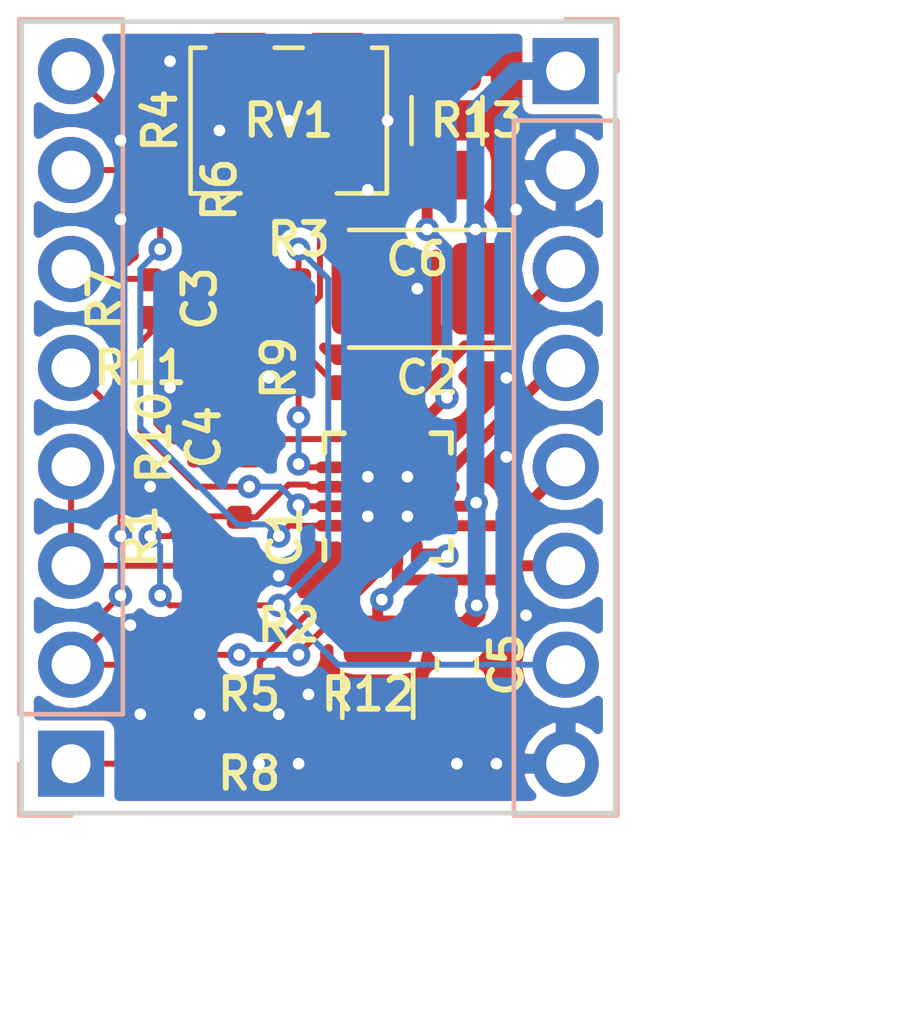
<source format=kicad_pcb>
(kicad_pcb (version 20171130) (host pcbnew 6.0.0-rc1-unknown-2c0fe8f~66~ubuntu18.04.1)

  (general
    (thickness 1.6)
    (drawings 6)
    (tracks 199)
    (zones 0)
    (modules 23)
    (nets 25)
  )

  (page A4)
  (layers
    (0 F.Cu signal)
    (31 B.Cu signal)
    (32 B.Adhes user)
    (33 F.Adhes user)
    (34 B.Paste user)
    (35 F.Paste user)
    (36 B.SilkS user)
    (37 F.SilkS user hide)
    (38 B.Mask user)
    (39 F.Mask user)
    (40 Dwgs.User user)
    (41 Cmts.User user)
    (42 Eco1.User user)
    (43 Eco2.User user)
    (44 Edge.Cuts user)
    (45 Margin user)
    (46 B.CrtYd user hide)
    (47 F.CrtYd user)
    (48 B.Fab user)
    (49 F.Fab user hide)
  )

  (setup
    (last_trace_width 0.1524)
    (user_trace_width 0.2794)
    (user_trace_width 0.4572)
    (trace_clearance 0.1524)
    (zone_clearance 0.254)
    (zone_45_only no)
    (trace_min 0.127)
    (via_size 0.6)
    (via_drill 0.3)
    (via_min_size 0.6)
    (via_min_drill 0.3)
    (uvia_size 0.3)
    (uvia_drill 0.1)
    (uvias_allowed no)
    (uvia_min_size 0.2)
    (uvia_min_drill 0.1)
    (edge_width 0.05)
    (segment_width 0.2)
    (pcb_text_width 0.3)
    (pcb_text_size 1.5 1.5)
    (mod_edge_width 0.12)
    (mod_text_size 1 1)
    (mod_text_width 0.15)
    (pad_size 1.524 1.524)
    (pad_drill 0.762)
    (pad_to_mask_clearance 0.051)
    (solder_mask_min_width 0.25)
    (aux_axis_origin 0 0)
    (visible_elements FFFFFF7F)
    (pcbplotparams
      (layerselection 0x010fc_ffffffff)
      (usegerberextensions true)
      (usegerberattributes true)
      (usegerberadvancedattributes false)
      (creategerberjobfile false)
      (excludeedgelayer true)
      (linewidth 0.100000)
      (plotframeref false)
      (viasonmask false)
      (mode 1)
      (useauxorigin false)
      (hpglpennumber 1)
      (hpglpenspeed 20)
      (hpglpendiameter 15.000000)
      (psnegative false)
      (psa4output false)
      (plotreference true)
      (plotvalue false)
      (plotinvisibletext false)
      (padsonsilk false)
      (subtractmaskfromsilk true)
      (outputformat 1)
      (mirror false)
      (drillshape 0)
      (scaleselection 1)
      (outputdirectory "gerbers/1.0/"))
  )

  (net 0 "")
  (net 1 GND)
  (net 2 "Net-(C1-Pad1)")
  (net 3 "Net-(C2-Pad1)")
  (net 4 "Net-(C3-Pad1)")
  (net 5 "Net-(C4-Pad2)")
  (net 6 "Net-(C4-Pad1)")
  (net 7 "Net-(J1-Pad8)")
  (net 8 "Net-(J1-Pad7)")
  (net 9 "Net-(J1-Pad6)")
  (net 10 "Net-(J1-Pad2)")
  (net 11 "Net-(J1-Pad3)")
  (net 12 "Net-(J1-Pad1)")
  (net 13 +3V3)
  (net 14 "Net-(J2-Pad6)")
  (net 15 "Net-(J2-Pad5)")
  (net 16 "Net-(J2-Pad4)")
  (net 17 "Net-(J2-Pad3)")
  (net 18 "Net-(R4-Pad1)")
  (net 19 "Net-(R5-Pad1)")
  (net 20 "Net-(R7-Pad1)")
  (net 21 "Net-(R8-Pad1)")
  (net 22 "Net-(R12-Pad1)")
  (net 23 "Net-(R13-Pad2)")
  (net 24 /vs)

  (net_class Default "This is the default net class."
    (clearance 0.1524)
    (trace_width 0.1524)
    (via_dia 0.6)
    (via_drill 0.3)
    (uvia_dia 0.3)
    (uvia_drill 0.1)
    (add_net +3V3)
    (add_net /vs)
    (add_net GND)
    (add_net "Net-(C1-Pad1)")
    (add_net "Net-(C2-Pad1)")
    (add_net "Net-(C3-Pad1)")
    (add_net "Net-(C4-Pad1)")
    (add_net "Net-(C4-Pad2)")
    (add_net "Net-(J1-Pad1)")
    (add_net "Net-(J1-Pad2)")
    (add_net "Net-(J1-Pad3)")
    (add_net "Net-(J1-Pad6)")
    (add_net "Net-(J1-Pad7)")
    (add_net "Net-(J1-Pad8)")
    (add_net "Net-(J2-Pad3)")
    (add_net "Net-(J2-Pad4)")
    (add_net "Net-(J2-Pad5)")
    (add_net "Net-(J2-Pad6)")
    (add_net "Net-(R12-Pad1)")
    (add_net "Net-(R13-Pad2)")
    (add_net "Net-(R4-Pad1)")
    (add_net "Net-(R5-Pad1)")
    (add_net "Net-(R7-Pad1)")
    (add_net "Net-(R8-Pad1)")
  )

  (net_class Fatty ""
    (clearance 0.4572)
    (trace_width 0.1524)
    (via_dia 0.6)
    (via_drill 0.3)
    (uvia_dia 0.3)
    (uvia_drill 0.1)
  )

  (module Potentiometer_SMD:Potentiometer_Bourns_3214W_Vertical (layer F.Cu) (tedit 5A3D7171) (tstamp 5BBDE04B)
    (at 142.748 97.79)
    (descr "Potentiometer, vertical, Bourns 3214W, https://www.bourns.com/docs/Product-Datasheets/3214.pdf")
    (tags "Potentiometer vertical Bourns 3214W")
    (path /5BBD2D7E)
    (attr smd)
    (fp_text reference RV1 (at 0 0) (layer F.SilkS)
      (effects (font (size 0.8128 0.8128) (thickness 0.1524)))
    )
    (fp_text value 10k (at 0 1.17) (layer F.Fab)
      (effects (font (size 1 1) (thickness 0.15)))
    )
    (fp_text user %R (at 0 0) (layer F.Fab)
      (effects (font (size 0.25 0.25) (thickness 0.04)))
    )
    (fp_line (start 2.65 -2.5) (end -2.65 -2.5) (layer F.CrtYd) (width 0.05))
    (fp_line (start 2.65 2.5) (end 2.65 -2.5) (layer F.CrtYd) (width 0.05))
    (fp_line (start -2.65 2.5) (end 2.65 2.5) (layer F.CrtYd) (width 0.05))
    (fp_line (start -2.65 -2.5) (end -2.65 2.5) (layer F.CrtYd) (width 0.05))
    (fp_line (start 2.52 -1.87) (end 2.52 1.87) (layer F.SilkS) (width 0.12))
    (fp_line (start -2.52 -1.87) (end -2.52 1.87) (layer F.SilkS) (width 0.12))
    (fp_line (start 1.24 1.87) (end 2.52 1.87) (layer F.SilkS) (width 0.12))
    (fp_line (start -2.52 1.87) (end -1.24 1.87) (layer F.SilkS) (width 0.12))
    (fp_line (start -0.36 -1.87) (end 0.36 -1.87) (layer F.SilkS) (width 0.12))
    (fp_line (start -2.52 -1.87) (end -2.14 -1.87) (layer F.SilkS) (width 0.12))
    (fp_line (start 2.14 -1.87) (end 2.52 -1.87) (layer F.SilkS) (width 0.12))
    (fp_line (start -1.2 1.393) (end -1.199 -0.092) (layer F.Fab) (width 0.1))
    (fp_line (start -1.2 1.393) (end -1.199 -0.092) (layer F.Fab) (width 0.1))
    (fp_line (start 2.4 -1.75) (end -2.4 -1.75) (layer F.Fab) (width 0.1))
    (fp_line (start 2.4 1.75) (end 2.4 -1.75) (layer F.Fab) (width 0.1))
    (fp_line (start -2.4 1.75) (end 2.4 1.75) (layer F.Fab) (width 0.1))
    (fp_line (start -2.4 -1.75) (end -2.4 1.75) (layer F.Fab) (width 0.1))
    (fp_circle (center -1.2 0.65) (end -0.45 0.65) (layer F.Fab) (width 0.1))
    (pad 3 smd rect (at -1.25 -1.45) (size 1.3 1.6) (layers F.Cu F.Paste F.Mask)
      (net 1 GND))
    (pad 2 smd rect (at 0 1.45) (size 2 1.6) (layers F.Cu F.Paste F.Mask)
      (net 3 "Net-(C2-Pad1)"))
    (pad 1 smd rect (at 1.25 -1.45) (size 1.3 1.6) (layers F.Cu F.Paste F.Mask)
      (net 3 "Net-(C2-Pad1)"))
    (model ${KISYS3DMOD}/Potentiometer_SMD.3dshapes/Potentiometer_Bourns_3214W_Vertical.wrl
      (at (xyz 0 0 0))
      (scale (xyz 1 1 1))
      (rotate (xyz 0 0 0))
    )
  )

  (module Package_DFN_QFN:QFN-16-1EP_3x3mm_P0.5mm_EP1.8x1.8mm (layer F.Cu) (tedit 5A650279) (tstamp 5BBD829E)
    (at 145.288 107.442 90)
    (descr "16-Lead Plastic Quad Flat, No Lead Package (NG) - 3x3x0.9 mm Body [QFN]; (see Microchip Packaging Specification 00000049BS.pdf)")
    (tags "QFN 0.5")
    (path /5BBD272D)
    (attr smd)
    (fp_text reference U1 (at 0 -2.85 90) (layer F.SilkS) hide
      (effects (font (size 0.8128 0.8128) (thickness 0.1524)))
    )
    (fp_text value STSPIN220 (at 0 2.85 90) (layer F.Fab)
      (effects (font (size 1 1) (thickness 0.15)))
    )
    (fp_line (start 1.625 -1.625) (end 1.125 -1.625) (layer F.SilkS) (width 0.15))
    (fp_line (start 1.625 1.625) (end 1.125 1.625) (layer F.SilkS) (width 0.15))
    (fp_line (start -1.625 1.625) (end -1.125 1.625) (layer F.SilkS) (width 0.15))
    (fp_line (start -1.625 -1.625) (end -1.125 -1.625) (layer F.SilkS) (width 0.15))
    (fp_line (start 1.625 1.625) (end 1.625 1.125) (layer F.SilkS) (width 0.15))
    (fp_line (start -1.625 1.625) (end -1.625 1.125) (layer F.SilkS) (width 0.15))
    (fp_line (start 1.625 -1.625) (end 1.625 -1.125) (layer F.SilkS) (width 0.15))
    (fp_line (start -2.1 2.1) (end 2.1 2.1) (layer F.CrtYd) (width 0.05))
    (fp_line (start -2.1 -2.1) (end 2.1 -2.1) (layer F.CrtYd) (width 0.05))
    (fp_line (start 2.1 -2.1) (end 2.1 2.1) (layer F.CrtYd) (width 0.05))
    (fp_line (start -2.1 -2.1) (end -2.1 2.1) (layer F.CrtYd) (width 0.05))
    (fp_line (start -1.5 -0.5) (end -0.5 -1.5) (layer F.Fab) (width 0.15))
    (fp_line (start -1.5 1.5) (end -1.5 -0.5) (layer F.Fab) (width 0.15))
    (fp_line (start 1.5 1.5) (end -1.5 1.5) (layer F.Fab) (width 0.15))
    (fp_line (start 1.5 -1.5) (end 1.5 1.5) (layer F.Fab) (width 0.15))
    (fp_line (start -0.5 -1.5) (end 1.5 -1.5) (layer F.Fab) (width 0.15))
    (fp_text user %R (at 0 0 90) (layer F.Fab)
      (effects (font (size 0.7 0.7) (thickness 0.105)))
    )
    (pad "" smd rect (at -0.45 -0.45 90) (size 0.73 0.73) (layers F.Paste))
    (pad "" smd rect (at 0.45 -0.45 90) (size 0.73 0.73) (layers F.Paste))
    (pad "" smd rect (at 0.45 0.45 90) (size 0.73 0.73) (layers F.Paste))
    (pad 17 smd rect (at 0 0 90) (size 1.8 1.8) (layers F.Cu F.Mask)
      (net 1 GND))
    (pad "" smd rect (at -0.45 0.45 90) (size 0.73 0.73) (layers F.Paste))
    (pad 16 smd oval (at -0.75 -1.475 180) (size 0.75 0.3) (layers F.Cu F.Paste F.Mask)
      (net 18 "Net-(R4-Pad1)"))
    (pad 15 smd oval (at -0.25 -1.475 180) (size 0.75 0.3) (layers F.Cu F.Paste F.Mask)
      (net 20 "Net-(R7-Pad1)"))
    (pad 14 smd oval (at 0.25 -1.475 180) (size 0.75 0.3) (layers F.Cu F.Paste F.Mask)
      (net 2 "Net-(C1-Pad1)"))
    (pad 13 smd oval (at 0.75 -1.475 180) (size 0.75 0.3) (layers F.Cu F.Paste F.Mask)
      (net 4 "Net-(C3-Pad1)"))
    (pad 12 smd oval (at 1.475 -0.75 90) (size 0.75 0.3) (layers F.Cu F.Paste F.Mask)
      (net 6 "Net-(C4-Pad1)"))
    (pad 11 smd oval (at 1.475 -0.25 90) (size 0.75 0.3) (layers F.Cu F.Paste F.Mask)
      (net 3 "Net-(C2-Pad1)"))
    (pad 10 smd oval (at 1.475 0.25 90) (size 0.75 0.3) (layers F.Cu F.Paste F.Mask)
      (net 17 "Net-(J2-Pad3)"))
    (pad 9 smd oval (at 1.475 0.75 90) (size 0.75 0.3) (layers F.Cu F.Paste F.Mask)
      (net 23 "Net-(R13-Pad2)"))
    (pad 8 smd oval (at 0.75 1.475 180) (size 0.75 0.3) (layers F.Cu F.Paste F.Mask)
      (net 16 "Net-(J2-Pad4)"))
    (pad 7 smd oval (at 0.25 1.475 180) (size 0.75 0.3) (layers F.Cu F.Paste F.Mask)
      (net 1 GND))
    (pad 6 smd oval (at -0.25 1.475 180) (size 0.75 0.3) (layers F.Cu F.Paste F.Mask)
      (net 24 /vs))
    (pad 5 smd oval (at -0.75 1.475 180) (size 0.75 0.3) (layers F.Cu F.Paste F.Mask)
      (net 15 "Net-(J2-Pad5)"))
    (pad 4 smd oval (at -1.475 0.75 90) (size 0.75 0.3) (layers F.Cu F.Paste F.Mask)
      (net 22 "Net-(R12-Pad1)"))
    (pad 3 smd oval (at -1.475 0.25 90) (size 0.75 0.3) (layers F.Cu F.Paste F.Mask)
      (net 14 "Net-(J2-Pad6)"))
    (pad 2 smd oval (at -1.475 -0.25 90) (size 0.75 0.3) (layers F.Cu F.Paste F.Mask)
      (net 19 "Net-(R5-Pad1)"))
    (pad 1 smd oval (at -1.475 -0.75 90) (size 0.75 0.3) (layers F.Cu F.Paste F.Mask)
      (net 21 "Net-(R8-Pad1)"))
    (model ${KISYS3DMOD}/Package_DFN_QFN.3dshapes/QFN-16-1EP_3x3mm_P0.5mm_EP1.8x1.8mm.wrl
      (at (xyz 0 0 0))
      (scale (xyz 1 1 1))
      (rotate (xyz 0 0 0))
    )
  )

  (module Resistor_SMD:R_1206_3216Metric (layer F.Cu) (tedit 5B301BBD) (tstamp 5BBD8265)
    (at 146.812 97.79 270)
    (descr "Resistor SMD 1206 (3216 Metric), square (rectangular) end terminal, IPC_7351 nominal, (Body size source: http://www.tortai-tech.com/upload/download/2011102023233369053.pdf), generated with kicad-footprint-generator")
    (tags resistor)
    (path /5BBD5304)
    (attr smd)
    (fp_text reference R13 (at 0 -0.762) (layer F.SilkS)
      (effects (font (size 0.8128 0.8128) (thickness 0.1524)))
    )
    (fp_text value "330mR 1W" (at 0 1.82 270) (layer F.Fab)
      (effects (font (size 1 1) (thickness 0.15)))
    )
    (fp_text user %R (at 0 0 270) (layer F.Fab)
      (effects (font (size 0.8 0.8) (thickness 0.12)))
    )
    (fp_line (start 2.28 1.12) (end -2.28 1.12) (layer F.CrtYd) (width 0.05))
    (fp_line (start 2.28 -1.12) (end 2.28 1.12) (layer F.CrtYd) (width 0.05))
    (fp_line (start -2.28 -1.12) (end 2.28 -1.12) (layer F.CrtYd) (width 0.05))
    (fp_line (start -2.28 1.12) (end -2.28 -1.12) (layer F.CrtYd) (width 0.05))
    (fp_line (start -0.602064 0.91) (end 0.602064 0.91) (layer F.SilkS) (width 0.12))
    (fp_line (start -0.602064 -0.91) (end 0.602064 -0.91) (layer F.SilkS) (width 0.12))
    (fp_line (start 1.6 0.8) (end -1.6 0.8) (layer F.Fab) (width 0.1))
    (fp_line (start 1.6 -0.8) (end 1.6 0.8) (layer F.Fab) (width 0.1))
    (fp_line (start -1.6 -0.8) (end 1.6 -0.8) (layer F.Fab) (width 0.1))
    (fp_line (start -1.6 0.8) (end -1.6 -0.8) (layer F.Fab) (width 0.1))
    (pad 2 smd roundrect (at 1.4 0 270) (size 1.25 1.75) (layers F.Cu F.Paste F.Mask) (roundrect_rratio 0.2)
      (net 23 "Net-(R13-Pad2)"))
    (pad 1 smd roundrect (at -1.4 0 270) (size 1.25 1.75) (layers F.Cu F.Paste F.Mask) (roundrect_rratio 0.2)
      (net 1 GND))
    (model ${KISYS3DMOD}/Resistor_SMD.3dshapes/R_1206_3216Metric.wrl
      (at (xyz 0 0 0))
      (scale (xyz 1 1 1))
      (rotate (xyz 0 0 0))
    )
  )

  (module Resistor_SMD:R_1206_3216Metric (layer F.Cu) (tedit 5B301BBD) (tstamp 5BBD8254)
    (at 145.034 112.522 270)
    (descr "Resistor SMD 1206 (3216 Metric), square (rectangular) end terminal, IPC_7351 nominal, (Body size source: http://www.tortai-tech.com/upload/download/2011102023233369053.pdf), generated with kicad-footprint-generator")
    (tags resistor)
    (path /5BBD5B91)
    (attr smd)
    (fp_text reference R12 (at 0 0.254) (layer F.SilkS)
      (effects (font (size 0.8128 0.8128) (thickness 0.1524)))
    )
    (fp_text value "330mR 1W" (at 0 1.82 270) (layer F.Fab)
      (effects (font (size 1 1) (thickness 0.15)))
    )
    (fp_text user %R (at 0 0 270) (layer F.Fab)
      (effects (font (size 0.8 0.8) (thickness 0.12)))
    )
    (fp_line (start 2.28 1.12) (end -2.28 1.12) (layer F.CrtYd) (width 0.05))
    (fp_line (start 2.28 -1.12) (end 2.28 1.12) (layer F.CrtYd) (width 0.05))
    (fp_line (start -2.28 -1.12) (end 2.28 -1.12) (layer F.CrtYd) (width 0.05))
    (fp_line (start -2.28 1.12) (end -2.28 -1.12) (layer F.CrtYd) (width 0.05))
    (fp_line (start -0.602064 0.91) (end 0.602064 0.91) (layer F.SilkS) (width 0.12))
    (fp_line (start -0.602064 -0.91) (end 0.602064 -0.91) (layer F.SilkS) (width 0.12))
    (fp_line (start 1.6 0.8) (end -1.6 0.8) (layer F.Fab) (width 0.1))
    (fp_line (start 1.6 -0.8) (end 1.6 0.8) (layer F.Fab) (width 0.1))
    (fp_line (start -1.6 -0.8) (end 1.6 -0.8) (layer F.Fab) (width 0.1))
    (fp_line (start -1.6 0.8) (end -1.6 -0.8) (layer F.Fab) (width 0.1))
    (pad 2 smd roundrect (at 1.4 0 270) (size 1.25 1.75) (layers F.Cu F.Paste F.Mask) (roundrect_rratio 0.2)
      (net 1 GND))
    (pad 1 smd roundrect (at -1.4 0 270) (size 1.25 1.75) (layers F.Cu F.Paste F.Mask) (roundrect_rratio 0.2)
      (net 22 "Net-(R12-Pad1)"))
    (model ${KISYS3DMOD}/Resistor_SMD.3dshapes/R_1206_3216Metric.wrl
      (at (xyz 0 0 0))
      (scale (xyz 1 1 1))
      (rotate (xyz 0 0 0))
    )
  )

  (module Resistor_SMD:R_0402_1005Metric (layer F.Cu) (tedit 5B301BBD) (tstamp 5BBD8243)
    (at 140.97 104.14 180)
    (descr "Resistor SMD 0402 (1005 Metric), square (rectangular) end terminal, IPC_7351 nominal, (Body size source: http://www.tortai-tech.com/upload/download/2011102023233369053.pdf), generated with kicad-footprint-generator")
    (tags resistor)
    (path /5BBD3DB1)
    (attr smd)
    (fp_text reference R11 (at 2.032 0 180) (layer F.SilkS)
      (effects (font (size 0.8128 0.8128) (thickness 0.1524)))
    )
    (fp_text value 1k (at 0 1.17 180) (layer F.Fab)
      (effects (font (size 1 1) (thickness 0.15)))
    )
    (fp_text user %R (at 0 0 180) (layer F.Fab)
      (effects (font (size 0.25 0.25) (thickness 0.04)))
    )
    (fp_line (start 0.93 0.47) (end -0.93 0.47) (layer F.CrtYd) (width 0.05))
    (fp_line (start 0.93 -0.47) (end 0.93 0.47) (layer F.CrtYd) (width 0.05))
    (fp_line (start -0.93 -0.47) (end 0.93 -0.47) (layer F.CrtYd) (width 0.05))
    (fp_line (start -0.93 0.47) (end -0.93 -0.47) (layer F.CrtYd) (width 0.05))
    (fp_line (start 0.5 0.25) (end -0.5 0.25) (layer F.Fab) (width 0.1))
    (fp_line (start 0.5 -0.25) (end 0.5 0.25) (layer F.Fab) (width 0.1))
    (fp_line (start -0.5 -0.25) (end 0.5 -0.25) (layer F.Fab) (width 0.1))
    (fp_line (start -0.5 0.25) (end -0.5 -0.25) (layer F.Fab) (width 0.1))
    (pad 2 smd roundrect (at 0.485 0 180) (size 0.59 0.64) (layers F.Cu F.Paste F.Mask) (roundrect_rratio 0.25)
      (net 1 GND))
    (pad 1 smd roundrect (at -0.485 0 180) (size 0.59 0.64) (layers F.Cu F.Paste F.Mask) (roundrect_rratio 0.25)
      (net 5 "Net-(C4-Pad2)"))
    (model ${KISYS3DMOD}/Resistor_SMD.3dshapes/R_0402_1005Metric.wrl
      (at (xyz 0 0 0))
      (scale (xyz 1 1 1))
      (rotate (xyz 0 0 0))
    )
  )

  (module Resistor_SMD:R_0402_1005Metric (layer F.Cu) (tedit 5B301BBD) (tstamp 5BBDE20E)
    (at 140.462 105.918 90)
    (descr "Resistor SMD 0402 (1005 Metric), square (rectangular) end terminal, IPC_7351 nominal, (Body size source: http://www.tortai-tech.com/upload/download/2011102023233369053.pdf), generated with kicad-footprint-generator")
    (tags resistor)
    (path /5BBD3D53)
    (attr smd)
    (fp_text reference R10 (at 0 -1.17 90) (layer F.SilkS)
      (effects (font (size 0.8128 0.8128) (thickness 0.1524)))
    )
    (fp_text value 47k (at 0 1.17 90) (layer F.Fab)
      (effects (font (size 1 1) (thickness 0.15)))
    )
    (fp_text user %R (at 0 0 90) (layer F.Fab)
      (effects (font (size 0.25 0.25) (thickness 0.04)))
    )
    (fp_line (start 0.93 0.47) (end -0.93 0.47) (layer F.CrtYd) (width 0.05))
    (fp_line (start 0.93 -0.47) (end 0.93 0.47) (layer F.CrtYd) (width 0.05))
    (fp_line (start -0.93 -0.47) (end 0.93 -0.47) (layer F.CrtYd) (width 0.05))
    (fp_line (start -0.93 0.47) (end -0.93 -0.47) (layer F.CrtYd) (width 0.05))
    (fp_line (start 0.5 0.25) (end -0.5 0.25) (layer F.Fab) (width 0.1))
    (fp_line (start 0.5 -0.25) (end 0.5 0.25) (layer F.Fab) (width 0.1))
    (fp_line (start -0.5 -0.25) (end 0.5 -0.25) (layer F.Fab) (width 0.1))
    (fp_line (start -0.5 0.25) (end -0.5 -0.25) (layer F.Fab) (width 0.1))
    (pad 2 smd roundrect (at 0.485 0 90) (size 0.59 0.64) (layers F.Cu F.Paste F.Mask) (roundrect_rratio 0.25)
      (net 1 GND))
    (pad 1 smd roundrect (at -0.485 0 90) (size 0.59 0.64) (layers F.Cu F.Paste F.Mask) (roundrect_rratio 0.25)
      (net 6 "Net-(C4-Pad1)"))
    (model ${KISYS3DMOD}/Resistor_SMD.3dshapes/R_0402_1005Metric.wrl
      (at (xyz 0 0 0))
      (scale (xyz 1 1 1))
      (rotate (xyz 0 0 0))
    )
  )

  (module Resistor_SMD:R_0402_1005Metric (layer F.Cu) (tedit 5B301BBD) (tstamp 5BBD8225)
    (at 141.732 102.362 270)
    (descr "Resistor SMD 0402 (1005 Metric), square (rectangular) end terminal, IPC_7351 nominal, (Body size source: http://www.tortai-tech.com/upload/download/2011102023233369053.pdf), generated with kicad-footprint-generator")
    (tags resistor)
    (path /5BBE8515)
    (attr smd)
    (fp_text reference R9 (at 1.778 -0.762 270) (layer F.SilkS)
      (effects (font (size 0.8128 0.8128) (thickness 0.1524)))
    )
    (fp_text value 18k (at 0 1.17 270) (layer F.Fab)
      (effects (font (size 1 1) (thickness 0.15)))
    )
    (fp_text user %R (at 0 0 270) (layer F.Fab)
      (effects (font (size 0.25 0.25) (thickness 0.04)))
    )
    (fp_line (start 0.93 0.47) (end -0.93 0.47) (layer F.CrtYd) (width 0.05))
    (fp_line (start 0.93 -0.47) (end 0.93 0.47) (layer F.CrtYd) (width 0.05))
    (fp_line (start -0.93 -0.47) (end 0.93 -0.47) (layer F.CrtYd) (width 0.05))
    (fp_line (start -0.93 0.47) (end -0.93 -0.47) (layer F.CrtYd) (width 0.05))
    (fp_line (start 0.5 0.25) (end -0.5 0.25) (layer F.Fab) (width 0.1))
    (fp_line (start 0.5 -0.25) (end 0.5 0.25) (layer F.Fab) (width 0.1))
    (fp_line (start -0.5 -0.25) (end 0.5 -0.25) (layer F.Fab) (width 0.1))
    (fp_line (start -0.5 0.25) (end -0.5 -0.25) (layer F.Fab) (width 0.1))
    (pad 2 smd roundrect (at 0.485 0 270) (size 0.59 0.64) (layers F.Cu F.Paste F.Mask) (roundrect_rratio 0.25)
      (net 4 "Net-(C3-Pad1)"))
    (pad 1 smd roundrect (at -0.485 0 270) (size 0.59 0.64) (layers F.Cu F.Paste F.Mask) (roundrect_rratio 0.25)
      (net 13 +3V3))
    (model ${KISYS3DMOD}/Resistor_SMD.3dshapes/R_0402_1005Metric.wrl
      (at (xyz 0 0 0))
      (scale (xyz 1 1 1))
      (rotate (xyz 0 0 0))
    )
  )

  (module Resistor_SMD:R_0402_1005Metric (layer F.Cu) (tedit 5B301BBD) (tstamp 5BBDE0E1)
    (at 139.954 114.3 180)
    (descr "Resistor SMD 0402 (1005 Metric), square (rectangular) end terminal, IPC_7351 nominal, (Body size source: http://www.tortai-tech.com/upload/download/2011102023233369053.pdf), generated with kicad-footprint-generator")
    (tags resistor)
    (path /5BC0BD26)
    (attr smd)
    (fp_text reference R8 (at -1.778 -0.254 180) (layer F.SilkS)
      (effects (font (size 0.8128 0.8128) (thickness 0.1524)))
    )
    (fp_text value 330 (at 0 1.17 180) (layer F.Fab)
      (effects (font (size 1 1) (thickness 0.15)))
    )
    (fp_text user %R (at 0 0 180) (layer F.Fab)
      (effects (font (size 0.25 0.25) (thickness 0.04)))
    )
    (fp_line (start 0.93 0.47) (end -0.93 0.47) (layer F.CrtYd) (width 0.05))
    (fp_line (start 0.93 -0.47) (end 0.93 0.47) (layer F.CrtYd) (width 0.05))
    (fp_line (start -0.93 -0.47) (end 0.93 -0.47) (layer F.CrtYd) (width 0.05))
    (fp_line (start -0.93 0.47) (end -0.93 -0.47) (layer F.CrtYd) (width 0.05))
    (fp_line (start 0.5 0.25) (end -0.5 0.25) (layer F.Fab) (width 0.1))
    (fp_line (start 0.5 -0.25) (end 0.5 0.25) (layer F.Fab) (width 0.1))
    (fp_line (start -0.5 -0.25) (end 0.5 -0.25) (layer F.Fab) (width 0.1))
    (fp_line (start -0.5 0.25) (end -0.5 -0.25) (layer F.Fab) (width 0.1))
    (pad 2 smd roundrect (at 0.485 0 180) (size 0.59 0.64) (layers F.Cu F.Paste F.Mask) (roundrect_rratio 0.25)
      (net 12 "Net-(J1-Pad1)"))
    (pad 1 smd roundrect (at -0.485 0 180) (size 0.59 0.64) (layers F.Cu F.Paste F.Mask) (roundrect_rratio 0.25)
      (net 21 "Net-(R8-Pad1)"))
    (model ${KISYS3DMOD}/Resistor_SMD.3dshapes/R_0402_1005Metric.wrl
      (at (xyz 0 0 0))
      (scale (xyz 1 1 1))
      (rotate (xyz 0 0 0))
    )
  )

  (module Resistor_SMD:R_0402_1005Metric (layer F.Cu) (tedit 5B301BBD) (tstamp 5BBD8207)
    (at 139.192 102.362 90)
    (descr "Resistor SMD 0402 (1005 Metric), square (rectangular) end terminal, IPC_7351 nominal, (Body size source: http://www.tortai-tech.com/upload/download/2011102023233369053.pdf), generated with kicad-footprint-generator")
    (tags resistor)
    (path /5BBFAC02)
    (attr smd)
    (fp_text reference R7 (at 0 -1.17 90) (layer F.SilkS)
      (effects (font (size 0.8128 0.8128) (thickness 0.1524)))
    )
    (fp_text value 330 (at 0 1.17 90) (layer F.Fab)
      (effects (font (size 1 1) (thickness 0.15)))
    )
    (fp_text user %R (at 0 0 90) (layer F.Fab)
      (effects (font (size 0.25 0.25) (thickness 0.04)))
    )
    (fp_line (start 0.93 0.47) (end -0.93 0.47) (layer F.CrtYd) (width 0.05))
    (fp_line (start 0.93 -0.47) (end 0.93 0.47) (layer F.CrtYd) (width 0.05))
    (fp_line (start -0.93 -0.47) (end 0.93 -0.47) (layer F.CrtYd) (width 0.05))
    (fp_line (start -0.93 0.47) (end -0.93 -0.47) (layer F.CrtYd) (width 0.05))
    (fp_line (start 0.5 0.25) (end -0.5 0.25) (layer F.Fab) (width 0.1))
    (fp_line (start 0.5 -0.25) (end 0.5 0.25) (layer F.Fab) (width 0.1))
    (fp_line (start -0.5 -0.25) (end 0.5 -0.25) (layer F.Fab) (width 0.1))
    (fp_line (start -0.5 0.25) (end -0.5 -0.25) (layer F.Fab) (width 0.1))
    (pad 2 smd roundrect (at 0.485 0 90) (size 0.59 0.64) (layers F.Cu F.Paste F.Mask) (roundrect_rratio 0.25)
      (net 9 "Net-(J1-Pad6)"))
    (pad 1 smd roundrect (at -0.485 0 90) (size 0.59 0.64) (layers F.Cu F.Paste F.Mask) (roundrect_rratio 0.25)
      (net 20 "Net-(R7-Pad1)"))
    (model ${KISYS3DMOD}/Resistor_SMD.3dshapes/R_0402_1005Metric.wrl
      (at (xyz 0 0 0))
      (scale (xyz 1 1 1))
      (rotate (xyz 0 0 0))
    )
  )

  (module Resistor_SMD:R_0402_1005Metric (layer F.Cu) (tedit 5B301BBD) (tstamp 5BBD81F8)
    (at 140.97 100.838 180)
    (descr "Resistor SMD 0402 (1005 Metric), square (rectangular) end terminal, IPC_7351 nominal, (Body size source: http://www.tortai-tech.com/upload/download/2011102023233369053.pdf), generated with kicad-footprint-generator")
    (tags resistor)
    (path /5BBF4A2E)
    (attr smd)
    (fp_text reference R6 (at 0 1.27 270) (layer F.SilkS)
      (effects (font (size 0.8128 0.8128) (thickness 0.1524)))
    )
    (fp_text value 330 (at 0 1.17 180) (layer F.Fab)
      (effects (font (size 1 1) (thickness 0.15)))
    )
    (fp_text user %R (at 0 0 180) (layer F.Fab)
      (effects (font (size 0.25 0.25) (thickness 0.04)))
    )
    (fp_line (start 0.93 0.47) (end -0.93 0.47) (layer F.CrtYd) (width 0.05))
    (fp_line (start 0.93 -0.47) (end 0.93 0.47) (layer F.CrtYd) (width 0.05))
    (fp_line (start -0.93 -0.47) (end 0.93 -0.47) (layer F.CrtYd) (width 0.05))
    (fp_line (start -0.93 0.47) (end -0.93 -0.47) (layer F.CrtYd) (width 0.05))
    (fp_line (start 0.5 0.25) (end -0.5 0.25) (layer F.Fab) (width 0.1))
    (fp_line (start 0.5 -0.25) (end 0.5 0.25) (layer F.Fab) (width 0.1))
    (fp_line (start -0.5 -0.25) (end 0.5 -0.25) (layer F.Fab) (width 0.1))
    (fp_line (start -0.5 0.25) (end -0.5 -0.25) (layer F.Fab) (width 0.1))
    (pad 2 smd roundrect (at 0.485 0 180) (size 0.59 0.64) (layers F.Cu F.Paste F.Mask) (roundrect_rratio 0.25)
      (net 7 "Net-(J1-Pad8)"))
    (pad 1 smd roundrect (at -0.485 0 180) (size 0.59 0.64) (layers F.Cu F.Paste F.Mask) (roundrect_rratio 0.25)
      (net 4 "Net-(C3-Pad1)"))
    (model ${KISYS3DMOD}/Resistor_SMD.3dshapes/R_0402_1005Metric.wrl
      (at (xyz 0 0 0))
      (scale (xyz 1 1 1))
      (rotate (xyz 0 0 0))
    )
  )

  (module Resistor_SMD:R_0402_1005Metric (layer F.Cu) (tedit 5B301BBD) (tstamp 5BBD81E9)
    (at 139.954 111.76 180)
    (descr "Resistor SMD 0402 (1005 Metric), square (rectangular) end terminal, IPC_7351 nominal, (Body size source: http://www.tortai-tech.com/upload/download/2011102023233369053.pdf), generated with kicad-footprint-generator")
    (tags resistor)
    (path /5BC0BCB2)
    (attr smd)
    (fp_text reference R5 (at -1.778 -0.762 180) (layer F.SilkS)
      (effects (font (size 0.8128 0.8128) (thickness 0.1524)))
    )
    (fp_text value 330 (at 0 1.17 180) (layer F.Fab)
      (effects (font (size 1 1) (thickness 0.15)))
    )
    (fp_text user %R (at 0 0 180) (layer F.Fab)
      (effects (font (size 0.25 0.25) (thickness 0.04)))
    )
    (fp_line (start 0.93 0.47) (end -0.93 0.47) (layer F.CrtYd) (width 0.05))
    (fp_line (start 0.93 -0.47) (end 0.93 0.47) (layer F.CrtYd) (width 0.05))
    (fp_line (start -0.93 -0.47) (end 0.93 -0.47) (layer F.CrtYd) (width 0.05))
    (fp_line (start -0.93 0.47) (end -0.93 -0.47) (layer F.CrtYd) (width 0.05))
    (fp_line (start 0.5 0.25) (end -0.5 0.25) (layer F.Fab) (width 0.1))
    (fp_line (start 0.5 -0.25) (end 0.5 0.25) (layer F.Fab) (width 0.1))
    (fp_line (start -0.5 -0.25) (end 0.5 -0.25) (layer F.Fab) (width 0.1))
    (fp_line (start -0.5 0.25) (end -0.5 -0.25) (layer F.Fab) (width 0.1))
    (pad 2 smd roundrect (at 0.485 0 180) (size 0.59 0.64) (layers F.Cu F.Paste F.Mask) (roundrect_rratio 0.25)
      (net 10 "Net-(J1-Pad2)"))
    (pad 1 smd roundrect (at -0.485 0 180) (size 0.59 0.64) (layers F.Cu F.Paste F.Mask) (roundrect_rratio 0.25)
      (net 19 "Net-(R5-Pad1)"))
    (model ${KISYS3DMOD}/Resistor_SMD.3dshapes/R_0402_1005Metric.wrl
      (at (xyz 0 0 0))
      (scale (xyz 1 1 1))
      (rotate (xyz 0 0 0))
    )
  )

  (module Resistor_SMD:R_0402_1005Metric (layer F.Cu) (tedit 5B301BBD) (tstamp 5BBD81DA)
    (at 139.446 99.568 90)
    (descr "Resistor SMD 0402 (1005 Metric), square (rectangular) end terminal, IPC_7351 nominal, (Body size source: http://www.tortai-tech.com/upload/download/2011102023233369053.pdf), generated with kicad-footprint-generator")
    (tags resistor)
    (path /5BBF8059)
    (attr smd)
    (fp_text reference R4 (at 1.778 0 90) (layer F.SilkS)
      (effects (font (size 0.8128 0.8128) (thickness 0.1524)))
    )
    (fp_text value 330 (at 0 1.17 90) (layer F.Fab)
      (effects (font (size 1 1) (thickness 0.15)))
    )
    (fp_text user %R (at 0 0 90) (layer F.Fab)
      (effects (font (size 0.25 0.25) (thickness 0.04)))
    )
    (fp_line (start 0.93 0.47) (end -0.93 0.47) (layer F.CrtYd) (width 0.05))
    (fp_line (start 0.93 -0.47) (end 0.93 0.47) (layer F.CrtYd) (width 0.05))
    (fp_line (start -0.93 -0.47) (end 0.93 -0.47) (layer F.CrtYd) (width 0.05))
    (fp_line (start -0.93 0.47) (end -0.93 -0.47) (layer F.CrtYd) (width 0.05))
    (fp_line (start 0.5 0.25) (end -0.5 0.25) (layer F.Fab) (width 0.1))
    (fp_line (start 0.5 -0.25) (end 0.5 0.25) (layer F.Fab) (width 0.1))
    (fp_line (start -0.5 -0.25) (end 0.5 -0.25) (layer F.Fab) (width 0.1))
    (fp_line (start -0.5 0.25) (end -0.5 -0.25) (layer F.Fab) (width 0.1))
    (pad 2 smd roundrect (at 0.485 0 90) (size 0.59 0.64) (layers F.Cu F.Paste F.Mask) (roundrect_rratio 0.25)
      (net 8 "Net-(J1-Pad7)"))
    (pad 1 smd roundrect (at -0.485 0 90) (size 0.59 0.64) (layers F.Cu F.Paste F.Mask) (roundrect_rratio 0.25)
      (net 18 "Net-(R4-Pad1)"))
    (model ${KISYS3DMOD}/Resistor_SMD.3dshapes/R_0402_1005Metric.wrl
      (at (xyz 0 0 0))
      (scale (xyz 1 1 1))
      (rotate (xyz 0 0 0))
    )
  )

  (module Resistor_SMD:R_0402_1005Metric (layer F.Cu) (tedit 5B301BBD) (tstamp 5BBD81CB)
    (at 143.002 102.362 270)
    (descr "Resistor SMD 0402 (1005 Metric), square (rectangular) end terminal, IPC_7351 nominal, (Body size source: http://www.tortai-tech.com/upload/download/2011102023233369053.pdf), generated with kicad-footprint-generator")
    (tags resistor)
    (path /5BBD2E4A)
    (attr smd)
    (fp_text reference R3 (at -1.524 0) (layer F.SilkS)
      (effects (font (size 0.8128 0.8128) (thickness 0.1524)))
    )
    (fp_text value 56k (at 0 1.17 270) (layer F.Fab)
      (effects (font (size 1 1) (thickness 0.15)))
    )
    (fp_text user %R (at 0 0 270) (layer F.Fab)
      (effects (font (size 0.25 0.25) (thickness 0.04)))
    )
    (fp_line (start 0.93 0.47) (end -0.93 0.47) (layer F.CrtYd) (width 0.05))
    (fp_line (start 0.93 -0.47) (end 0.93 0.47) (layer F.CrtYd) (width 0.05))
    (fp_line (start -0.93 -0.47) (end 0.93 -0.47) (layer F.CrtYd) (width 0.05))
    (fp_line (start -0.93 0.47) (end -0.93 -0.47) (layer F.CrtYd) (width 0.05))
    (fp_line (start 0.5 0.25) (end -0.5 0.25) (layer F.Fab) (width 0.1))
    (fp_line (start 0.5 -0.25) (end 0.5 0.25) (layer F.Fab) (width 0.1))
    (fp_line (start -0.5 -0.25) (end 0.5 -0.25) (layer F.Fab) (width 0.1))
    (fp_line (start -0.5 0.25) (end -0.5 -0.25) (layer F.Fab) (width 0.1))
    (pad 2 smd roundrect (at 0.485 0 270) (size 0.59 0.64) (layers F.Cu F.Paste F.Mask) (roundrect_rratio 0.25)
      (net 3 "Net-(C2-Pad1)"))
    (pad 1 smd roundrect (at -0.485 0 270) (size 0.59 0.64) (layers F.Cu F.Paste F.Mask) (roundrect_rratio 0.25)
      (net 13 +3V3))
    (model ${KISYS3DMOD}/Resistor_SMD.3dshapes/R_0402_1005Metric.wrl
      (at (xyz 0 0 0))
      (scale (xyz 1 1 1))
      (rotate (xyz 0 0 0))
    )
  )

  (module Resistor_SMD:R_0402_1005Metric (layer F.Cu) (tedit 5B301BBD) (tstamp 5BBDEC29)
    (at 140.97 110.236 180)
    (descr "Resistor SMD 0402 (1005 Metric), square (rectangular) end terminal, IPC_7351 nominal, (Body size source: http://www.tortai-tech.com/upload/download/2011102023233369053.pdf), generated with kicad-footprint-generator")
    (tags resistor)
    (path /5BC1AA4A)
    (attr smd)
    (fp_text reference R2 (at -1.778 -0.508 180) (layer F.SilkS)
      (effects (font (size 0.8128 0.8128) (thickness 0.1524)))
    )
    (fp_text value 18k (at 0 1.17 180) (layer F.Fab)
      (effects (font (size 1 1) (thickness 0.15)))
    )
    (fp_text user %R (at 0 0 180) (layer F.Fab)
      (effects (font (size 0.25 0.25) (thickness 0.04)))
    )
    (fp_line (start 0.93 0.47) (end -0.93 0.47) (layer F.CrtYd) (width 0.05))
    (fp_line (start 0.93 -0.47) (end 0.93 0.47) (layer F.CrtYd) (width 0.05))
    (fp_line (start -0.93 -0.47) (end 0.93 -0.47) (layer F.CrtYd) (width 0.05))
    (fp_line (start -0.93 0.47) (end -0.93 -0.47) (layer F.CrtYd) (width 0.05))
    (fp_line (start 0.5 0.25) (end -0.5 0.25) (layer F.Fab) (width 0.1))
    (fp_line (start 0.5 -0.25) (end 0.5 0.25) (layer F.Fab) (width 0.1))
    (fp_line (start -0.5 -0.25) (end 0.5 -0.25) (layer F.Fab) (width 0.1))
    (fp_line (start -0.5 0.25) (end -0.5 -0.25) (layer F.Fab) (width 0.1))
    (pad 2 smd roundrect (at 0.485 0 180) (size 0.59 0.64) (layers F.Cu F.Paste F.Mask) (roundrect_rratio 0.25)
      (net 2 "Net-(C1-Pad1)"))
    (pad 1 smd roundrect (at -0.485 0 180) (size 0.59 0.64) (layers F.Cu F.Paste F.Mask) (roundrect_rratio 0.25)
      (net 13 +3V3))
    (model ${KISYS3DMOD}/Resistor_SMD.3dshapes/R_0402_1005Metric.wrl
      (at (xyz 0 0 0))
      (scale (xyz 1 1 1))
      (rotate (xyz 0 0 0))
    )
  )

  (module Resistor_SMD:R_0402_1005Metric (layer F.Cu) (tedit 5B301BBD) (tstamp 5BBD81AD)
    (at 140.208 108.435 270)
    (descr "Resistor SMD 0402 (1005 Metric), square (rectangular) end terminal, IPC_7351 nominal, (Body size source: http://www.tortai-tech.com/upload/download/2011102023233369053.pdf), generated with kicad-footprint-generator")
    (tags resistor)
    (path /5BC1AB34)
    (attr smd)
    (fp_text reference R1 (at 0.023 1.27 270) (layer F.SilkS)
      (effects (font (size 0.8128 0.8128) (thickness 0.1524)))
    )
    (fp_text value 330 (at 0 1.17 270) (layer F.Fab)
      (effects (font (size 1 1) (thickness 0.15)))
    )
    (fp_text user %R (at 0 0 270) (layer F.Fab)
      (effects (font (size 0.25 0.25) (thickness 0.04)))
    )
    (fp_line (start 0.93 0.47) (end -0.93 0.47) (layer F.CrtYd) (width 0.05))
    (fp_line (start 0.93 -0.47) (end 0.93 0.47) (layer F.CrtYd) (width 0.05))
    (fp_line (start -0.93 -0.47) (end 0.93 -0.47) (layer F.CrtYd) (width 0.05))
    (fp_line (start -0.93 0.47) (end -0.93 -0.47) (layer F.CrtYd) (width 0.05))
    (fp_line (start 0.5 0.25) (end -0.5 0.25) (layer F.Fab) (width 0.1))
    (fp_line (start 0.5 -0.25) (end 0.5 0.25) (layer F.Fab) (width 0.1))
    (fp_line (start -0.5 -0.25) (end 0.5 -0.25) (layer F.Fab) (width 0.1))
    (fp_line (start -0.5 0.25) (end -0.5 -0.25) (layer F.Fab) (width 0.1))
    (pad 2 smd roundrect (at 0.485 0 270) (size 0.59 0.64) (layers F.Cu F.Paste F.Mask) (roundrect_rratio 0.25)
      (net 11 "Net-(J1-Pad3)"))
    (pad 1 smd roundrect (at -0.485 0 270) (size 0.59 0.64) (layers F.Cu F.Paste F.Mask) (roundrect_rratio 0.25)
      (net 2 "Net-(C1-Pad1)"))
    (model ${KISYS3DMOD}/Resistor_SMD.3dshapes/R_0402_1005Metric.wrl
      (at (xyz 0 0 0))
      (scale (xyz 1 1 1))
      (rotate (xyz 0 0 0))
    )
  )

  (module Connector_PinHeader_2.54mm:PinHeader_1x08_P2.54mm_Vertical (layer B.Cu) (tedit 59FED5CC) (tstamp 5BBDDEE3)
    (at 149.86 96.52 180)
    (descr "Through hole straight pin header, 1x08, 2.54mm pitch, single row")
    (tags "Through hole pin header THT 1x08 2.54mm single row")
    (path /5BBD233A)
    (fp_text reference J2 (at 0 2.33 180) (layer B.SilkS) hide
      (effects (font (size 0.8128 0.8128) (thickness 0.1524)) (justify mirror))
    )
    (fp_text value Conn_01x08 (at 0 -20.11 180) (layer B.Fab) hide
      (effects (font (size 1 1) (thickness 0.15)) (justify mirror))
    )
    (fp_text user %R (at 0 -8.89 90) (layer B.Fab)
      (effects (font (size 1 1) (thickness 0.15)) (justify mirror))
    )
    (fp_line (start 1.8 1.8) (end -1.8 1.8) (layer B.CrtYd) (width 0.05))
    (fp_line (start 1.8 -19.55) (end 1.8 1.8) (layer B.CrtYd) (width 0.05))
    (fp_line (start -1.8 -19.55) (end 1.8 -19.55) (layer B.CrtYd) (width 0.05))
    (fp_line (start -1.8 1.8) (end -1.8 -19.55) (layer B.CrtYd) (width 0.05))
    (fp_line (start -1.33 1.33) (end 0 1.33) (layer B.SilkS) (width 0.12))
    (fp_line (start -1.33 0) (end -1.33 1.33) (layer B.SilkS) (width 0.12))
    (fp_line (start -1.33 -1.27) (end 1.33 -1.27) (layer B.SilkS) (width 0.12))
    (fp_line (start 1.33 -1.27) (end 1.33 -19.11) (layer B.SilkS) (width 0.12))
    (fp_line (start -1.33 -1.27) (end -1.33 -19.11) (layer B.SilkS) (width 0.12))
    (fp_line (start -1.33 -19.11) (end 1.33 -19.11) (layer B.SilkS) (width 0.12))
    (fp_line (start -1.27 0.635) (end -0.635 1.27) (layer B.Fab) (width 0.1))
    (fp_line (start -1.27 -19.05) (end -1.27 0.635) (layer B.Fab) (width 0.1))
    (fp_line (start 1.27 -19.05) (end -1.27 -19.05) (layer B.Fab) (width 0.1))
    (fp_line (start 1.27 1.27) (end 1.27 -19.05) (layer B.Fab) (width 0.1))
    (fp_line (start -0.635 1.27) (end 1.27 1.27) (layer B.Fab) (width 0.1))
    (pad 8 thru_hole oval (at 0 -17.78 180) (size 1.7 1.7) (drill 1) (layers *.Cu *.Mask)
      (net 1 GND))
    (pad 7 thru_hole oval (at 0 -15.24 180) (size 1.7 1.7) (drill 1) (layers *.Cu *.Mask)
      (net 13 +3V3))
    (pad 6 thru_hole oval (at 0 -12.7 180) (size 1.7 1.7) (drill 1) (layers *.Cu *.Mask)
      (net 14 "Net-(J2-Pad6)"))
    (pad 5 thru_hole oval (at 0 -10.16 180) (size 1.7 1.7) (drill 1) (layers *.Cu *.Mask)
      (net 15 "Net-(J2-Pad5)"))
    (pad 4 thru_hole oval (at 0 -7.62 180) (size 1.7 1.7) (drill 1) (layers *.Cu *.Mask)
      (net 16 "Net-(J2-Pad4)"))
    (pad 3 thru_hole oval (at 0 -5.08 180) (size 1.7 1.7) (drill 1) (layers *.Cu *.Mask)
      (net 17 "Net-(J2-Pad3)"))
    (pad 2 thru_hole oval (at 0 -2.54 180) (size 1.7 1.7) (drill 1) (layers *.Cu *.Mask)
      (net 1 GND))
    (pad 1 thru_hole rect (at 0 0 180) (size 1.7 1.7) (drill 1) (layers *.Cu *.Mask)
      (net 24 /vs))
    (model ${KISYS3DMOD}/Connector_PinHeader_2.54mm.3dshapes/PinHeader_1x08_P2.54mm_Vertical.wrl
      (at (xyz 0 0 0))
      (scale (xyz 1 1 1))
      (rotate (xyz 0 0 0))
    )
  )

  (module Connector_PinHeader_2.54mm:PinHeader_1x08_P2.54mm_Vertical (layer B.Cu) (tedit 59FED5CC) (tstamp 5BBDE636)
    (at 137.16 114.3)
    (descr "Through hole straight pin header, 1x08, 2.54mm pitch, single row")
    (tags "Through hole pin header THT 1x08 2.54mm single row")
    (path /5BBD2451)
    (fp_text reference J1 (at 0 2.33) (layer B.SilkS) hide
      (effects (font (size 0.8128 0.8128) (thickness 0.1524)) (justify mirror))
    )
    (fp_text value Conn_01x08 (at 0 -20.11) (layer B.Fab) hide
      (effects (font (size 1 1) (thickness 0.15)) (justify mirror))
    )
    (fp_text user %R (at 0 -8.89 -90) (layer B.Fab)
      (effects (font (size 1 1) (thickness 0.15)) (justify mirror))
    )
    (fp_line (start 1.8 1.8) (end -1.8 1.8) (layer B.CrtYd) (width 0.05))
    (fp_line (start 1.8 -19.55) (end 1.8 1.8) (layer B.CrtYd) (width 0.05))
    (fp_line (start -1.8 -19.55) (end 1.8 -19.55) (layer B.CrtYd) (width 0.05))
    (fp_line (start -1.8 1.8) (end -1.8 -19.55) (layer B.CrtYd) (width 0.05))
    (fp_line (start -1.33 1.33) (end 0 1.33) (layer B.SilkS) (width 0.12))
    (fp_line (start -1.33 0) (end -1.33 1.33) (layer B.SilkS) (width 0.12))
    (fp_line (start -1.33 -1.27) (end 1.33 -1.27) (layer B.SilkS) (width 0.12))
    (fp_line (start 1.33 -1.27) (end 1.33 -19.11) (layer B.SilkS) (width 0.12))
    (fp_line (start -1.33 -1.27) (end -1.33 -19.11) (layer B.SilkS) (width 0.12))
    (fp_line (start -1.33 -19.11) (end 1.33 -19.11) (layer B.SilkS) (width 0.12))
    (fp_line (start -1.27 0.635) (end -0.635 1.27) (layer B.Fab) (width 0.1))
    (fp_line (start -1.27 -19.05) (end -1.27 0.635) (layer B.Fab) (width 0.1))
    (fp_line (start 1.27 -19.05) (end -1.27 -19.05) (layer B.Fab) (width 0.1))
    (fp_line (start 1.27 1.27) (end 1.27 -19.05) (layer B.Fab) (width 0.1))
    (fp_line (start -0.635 1.27) (end 1.27 1.27) (layer B.Fab) (width 0.1))
    (pad 8 thru_hole oval (at 0 -17.78) (size 1.7 1.7) (drill 1) (layers *.Cu *.Mask)
      (net 7 "Net-(J1-Pad8)"))
    (pad 7 thru_hole oval (at 0 -15.24) (size 1.7 1.7) (drill 1) (layers *.Cu *.Mask)
      (net 8 "Net-(J1-Pad7)"))
    (pad 6 thru_hole oval (at 0 -12.7) (size 1.7 1.7) (drill 1) (layers *.Cu *.Mask)
      (net 9 "Net-(J1-Pad6)"))
    (pad 5 thru_hole oval (at 0 -10.16) (size 1.7 1.7) (drill 1) (layers *.Cu *.Mask)
      (net 10 "Net-(J1-Pad2)"))
    (pad 4 thru_hole oval (at 0 -7.62) (size 1.7 1.7) (drill 1) (layers *.Cu *.Mask)
      (net 11 "Net-(J1-Pad3)"))
    (pad 3 thru_hole oval (at 0 -5.08) (size 1.7 1.7) (drill 1) (layers *.Cu *.Mask)
      (net 11 "Net-(J1-Pad3)"))
    (pad 2 thru_hole oval (at 0 -2.54) (size 1.7 1.7) (drill 1) (layers *.Cu *.Mask)
      (net 10 "Net-(J1-Pad2)"))
    (pad 1 thru_hole rect (at 0 0) (size 1.7 1.7) (drill 1) (layers *.Cu *.Mask)
      (net 12 "Net-(J1-Pad1)"))
    (model ${KISYS3DMOD}/Connector_PinHeader_2.54mm.3dshapes/PinHeader_1x08_P2.54mm_Vertical.wrl
      (at (xyz 0 0 0))
      (scale (xyz 1 1 1))
      (rotate (xyz 0 0 0))
    )
  )

  (module Capacitor_Tantalum_SMD:CP_EIA-3528-21_Kemet-B (layer F.Cu) (tedit 5B342532) (tstamp 5BBD8166)
    (at 146.05 102.108 180)
    (descr "Tantalum Capacitor SMD Kemet-B (3528-21 Metric), IPC_7351 nominal, (Body size from: http://www.kemet.com/Lists/ProductCatalog/Attachments/253/KEM_TC101_STD.pdf), generated with kicad-footprint-generator")
    (tags "capacitor tantalum")
    (path /5BBD75D7)
    (attr smd)
    (fp_text reference C6 (at 0 0.762 180) (layer F.SilkS)
      (effects (font (size 0.8128 0.8128) (thickness 0.1524)))
    )
    (fp_text value "22µF 16V" (at 0 2.35 180) (layer F.Fab)
      (effects (font (size 1 1) (thickness 0.15)))
    )
    (fp_text user %R (at 0 0 180) (layer F.Fab)
      (effects (font (size 0.88 0.88) (thickness 0.13)))
    )
    (fp_line (start 2.45 1.65) (end -2.45 1.65) (layer F.CrtYd) (width 0.05))
    (fp_line (start 2.45 -1.65) (end 2.45 1.65) (layer F.CrtYd) (width 0.05))
    (fp_line (start -2.45 -1.65) (end 2.45 -1.65) (layer F.CrtYd) (width 0.05))
    (fp_line (start -2.45 1.65) (end -2.45 -1.65) (layer F.CrtYd) (width 0.05))
    (fp_line (start -2.46 1.51) (end 1.75 1.51) (layer F.SilkS) (width 0.12))
    (fp_line (start -2.46 -1.51) (end -2.46 1.51) (layer F.SilkS) (width 0.12))
    (fp_line (start 1.75 -1.51) (end -2.46 -1.51) (layer F.SilkS) (width 0.12))
    (fp_line (start 1.75 1.4) (end 1.75 -1.4) (layer F.Fab) (width 0.1))
    (fp_line (start -1.75 1.4) (end 1.75 1.4) (layer F.Fab) (width 0.1))
    (fp_line (start -1.75 -0.7) (end -1.75 1.4) (layer F.Fab) (width 0.1))
    (fp_line (start -1.05 -1.4) (end -1.75 -0.7) (layer F.Fab) (width 0.1))
    (fp_line (start 1.75 -1.4) (end -1.05 -1.4) (layer F.Fab) (width 0.1))
    (pad 2 smd roundrect (at 1.5375 0 180) (size 1.325 2.35) (layers F.Cu F.Paste F.Mask) (roundrect_rratio 0.188679)
      (net 1 GND))
    (pad 1 smd roundrect (at -1.5375 0 180) (size 1.325 2.35) (layers F.Cu F.Paste F.Mask) (roundrect_rratio 0.188679)
      (net 24 /vs))
    (model ${KISYS3DMOD}/Capacitor_Tantalum_SMD.3dshapes/CP_EIA-3528-21_Kemet-B.wrl
      (at (xyz 0 0 0))
      (scale (xyz 1 1 1))
      (rotate (xyz 0 0 0))
    )
  )

  (module Capacitor_SMD:C_0603_1608Metric (layer F.Cu) (tedit 5B301BBE) (tstamp 5BBD8153)
    (at 147.066 111.76 90)
    (descr "Capacitor SMD 0603 (1608 Metric), square (rectangular) end terminal, IPC_7351 nominal, (Body size source: http://www.tortai-tech.com/upload/download/2011102023233369053.pdf), generated with kicad-footprint-generator")
    (tags capacitor)
    (path /5BBD7513)
    (attr smd)
    (fp_text reference C5 (at 0 1.27 90) (layer F.SilkS)
      (effects (font (size 0.8128 0.8128) (thickness 0.1524)))
    )
    (fp_text value "2.2µF 16V" (at 0 1.43 90) (layer F.Fab)
      (effects (font (size 1 1) (thickness 0.15)))
    )
    (fp_text user %R (at 0 0 90) (layer F.Fab)
      (effects (font (size 0.4 0.4) (thickness 0.06)))
    )
    (fp_line (start 1.48 0.73) (end -1.48 0.73) (layer F.CrtYd) (width 0.05))
    (fp_line (start 1.48 -0.73) (end 1.48 0.73) (layer F.CrtYd) (width 0.05))
    (fp_line (start -1.48 -0.73) (end 1.48 -0.73) (layer F.CrtYd) (width 0.05))
    (fp_line (start -1.48 0.73) (end -1.48 -0.73) (layer F.CrtYd) (width 0.05))
    (fp_line (start -0.162779 0.51) (end 0.162779 0.51) (layer F.SilkS) (width 0.12))
    (fp_line (start -0.162779 -0.51) (end 0.162779 -0.51) (layer F.SilkS) (width 0.12))
    (fp_line (start 0.8 0.4) (end -0.8 0.4) (layer F.Fab) (width 0.1))
    (fp_line (start 0.8 -0.4) (end 0.8 0.4) (layer F.Fab) (width 0.1))
    (fp_line (start -0.8 -0.4) (end 0.8 -0.4) (layer F.Fab) (width 0.1))
    (fp_line (start -0.8 0.4) (end -0.8 -0.4) (layer F.Fab) (width 0.1))
    (pad 2 smd roundrect (at 0.7875 0 90) (size 0.875 0.95) (layers F.Cu F.Paste F.Mask) (roundrect_rratio 0.25)
      (net 24 /vs))
    (pad 1 smd roundrect (at -0.7875 0 90) (size 0.875 0.95) (layers F.Cu F.Paste F.Mask) (roundrect_rratio 0.25)
      (net 1 GND))
    (model ${KISYS3DMOD}/Capacitor_SMD.3dshapes/C_0603_1608Metric.wrl
      (at (xyz 0 0 0))
      (scale (xyz 1 1 1))
      (rotate (xyz 0 0 0))
    )
  )

  (module Capacitor_SMD:C_0402_1005Metric (layer F.Cu) (tedit 5B301BBE) (tstamp 5BBD8142)
    (at 141.732 105.918 90)
    (descr "Capacitor SMD 0402 (1005 Metric), square (rectangular) end terminal, IPC_7351 nominal, (Body size source: http://www.tortai-tech.com/upload/download/2011102023233369053.pdf), generated with kicad-footprint-generator")
    (tags capacitor)
    (path /5BBD3BAD)
    (attr smd)
    (fp_text reference C4 (at 0 -1.17 90) (layer F.SilkS)
      (effects (font (size 0.8128 0.8128) (thickness 0.1524)))
    )
    (fp_text value 22nF (at 0 1.17 90) (layer F.Fab)
      (effects (font (size 1 1) (thickness 0.15)))
    )
    (fp_text user %R (at 0 0 90) (layer F.Fab)
      (effects (font (size 0.25 0.25) (thickness 0.04)))
    )
    (fp_line (start 0.93 0.47) (end -0.93 0.47) (layer F.CrtYd) (width 0.05))
    (fp_line (start 0.93 -0.47) (end 0.93 0.47) (layer F.CrtYd) (width 0.05))
    (fp_line (start -0.93 -0.47) (end 0.93 -0.47) (layer F.CrtYd) (width 0.05))
    (fp_line (start -0.93 0.47) (end -0.93 -0.47) (layer F.CrtYd) (width 0.05))
    (fp_line (start 0.5 0.25) (end -0.5 0.25) (layer F.Fab) (width 0.1))
    (fp_line (start 0.5 -0.25) (end 0.5 0.25) (layer F.Fab) (width 0.1))
    (fp_line (start -0.5 -0.25) (end 0.5 -0.25) (layer F.Fab) (width 0.1))
    (fp_line (start -0.5 0.25) (end -0.5 -0.25) (layer F.Fab) (width 0.1))
    (pad 2 smd roundrect (at 0.485 0 90) (size 0.59 0.64) (layers F.Cu F.Paste F.Mask) (roundrect_rratio 0.25)
      (net 5 "Net-(C4-Pad2)"))
    (pad 1 smd roundrect (at -0.485 0 90) (size 0.59 0.64) (layers F.Cu F.Paste F.Mask) (roundrect_rratio 0.25)
      (net 6 "Net-(C4-Pad1)"))
    (model ${KISYS3DMOD}/Capacitor_SMD.3dshapes/C_0402_1005Metric.wrl
      (at (xyz 0 0 0))
      (scale (xyz 1 1 1))
      (rotate (xyz 0 0 0))
    )
  )

  (module Capacitor_SMD:C_0402_1005Metric (layer F.Cu) (tedit 5B301BBE) (tstamp 5BBD8133)
    (at 140.462 102.362 90)
    (descr "Capacitor SMD 0402 (1005 Metric), square (rectangular) end terminal, IPC_7351 nominal, (Body size source: http://www.tortai-tech.com/upload/download/2011102023233369053.pdf), generated with kicad-footprint-generator")
    (tags capacitor)
    (path /5BBE85B1)
    (attr smd)
    (fp_text reference C3 (at 0 0 270) (layer F.SilkS)
      (effects (font (size 0.8128 0.8128) (thickness 0.1524)))
    )
    (fp_text value 10nF (at 0 1.17 90) (layer F.Fab)
      (effects (font (size 1 1) (thickness 0.15)))
    )
    (fp_text user %R (at 0 0 90) (layer F.Fab)
      (effects (font (size 0.25 0.25) (thickness 0.04)))
    )
    (fp_line (start 0.93 0.47) (end -0.93 0.47) (layer F.CrtYd) (width 0.05))
    (fp_line (start 0.93 -0.47) (end 0.93 0.47) (layer F.CrtYd) (width 0.05))
    (fp_line (start -0.93 -0.47) (end 0.93 -0.47) (layer F.CrtYd) (width 0.05))
    (fp_line (start -0.93 0.47) (end -0.93 -0.47) (layer F.CrtYd) (width 0.05))
    (fp_line (start 0.5 0.25) (end -0.5 0.25) (layer F.Fab) (width 0.1))
    (fp_line (start 0.5 -0.25) (end 0.5 0.25) (layer F.Fab) (width 0.1))
    (fp_line (start -0.5 -0.25) (end 0.5 -0.25) (layer F.Fab) (width 0.1))
    (fp_line (start -0.5 0.25) (end -0.5 -0.25) (layer F.Fab) (width 0.1))
    (pad 2 smd roundrect (at 0.485 0 90) (size 0.59 0.64) (layers F.Cu F.Paste F.Mask) (roundrect_rratio 0.25)
      (net 1 GND))
    (pad 1 smd roundrect (at -0.485 0 90) (size 0.59 0.64) (layers F.Cu F.Paste F.Mask) (roundrect_rratio 0.25)
      (net 4 "Net-(C3-Pad1)"))
    (model ${KISYS3DMOD}/Capacitor_SMD.3dshapes/C_0402_1005Metric.wrl
      (at (xyz 0 0 0))
      (scale (xyz 1 1 1))
      (rotate (xyz 0 0 0))
    )
  )

  (module Capacitor_SMD:C_0402_1005Metric (layer F.Cu) (tedit 5B301BBE) (tstamp 5BBD8124)
    (at 144.526 104.648)
    (descr "Capacitor SMD 0402 (1005 Metric), square (rectangular) end terminal, IPC_7351 nominal, (Body size source: http://www.tortai-tech.com/upload/download/2011102023233369053.pdf), generated with kicad-footprint-generator")
    (tags capacitor)
    (path /5BBD347E)
    (attr smd)
    (fp_text reference C2 (at 1.778 -0.254) (layer F.SilkS)
      (effects (font (size 0.8128 0.8128) (thickness 0.1524)))
    )
    (fp_text value 1nF (at 0 1.17) (layer F.Fab)
      (effects (font (size 1 1) (thickness 0.15)))
    )
    (fp_text user %R (at 0 0) (layer F.Fab)
      (effects (font (size 0.25 0.25) (thickness 0.04)))
    )
    (fp_line (start 0.93 0.47) (end -0.93 0.47) (layer F.CrtYd) (width 0.05))
    (fp_line (start 0.93 -0.47) (end 0.93 0.47) (layer F.CrtYd) (width 0.05))
    (fp_line (start -0.93 -0.47) (end 0.93 -0.47) (layer F.CrtYd) (width 0.05))
    (fp_line (start -0.93 0.47) (end -0.93 -0.47) (layer F.CrtYd) (width 0.05))
    (fp_line (start 0.5 0.25) (end -0.5 0.25) (layer F.Fab) (width 0.1))
    (fp_line (start 0.5 -0.25) (end 0.5 0.25) (layer F.Fab) (width 0.1))
    (fp_line (start -0.5 -0.25) (end 0.5 -0.25) (layer F.Fab) (width 0.1))
    (fp_line (start -0.5 0.25) (end -0.5 -0.25) (layer F.Fab) (width 0.1))
    (pad 2 smd roundrect (at 0.485 0) (size 0.59 0.64) (layers F.Cu F.Paste F.Mask) (roundrect_rratio 0.25)
      (net 1 GND))
    (pad 1 smd roundrect (at -0.485 0) (size 0.59 0.64) (layers F.Cu F.Paste F.Mask) (roundrect_rratio 0.25)
      (net 3 "Net-(C2-Pad1)"))
    (model ${KISYS3DMOD}/Capacitor_SMD.3dshapes/C_0402_1005Metric.wrl
      (at (xyz 0 0 0))
      (scale (xyz 1 1 1))
      (rotate (xyz 0 0 0))
    )
  )

  (module Capacitor_SMD:C_0402_1005Metric (layer F.Cu) (tedit 5B301BBE) (tstamp 5BBD8115)
    (at 141.478 108.458 270)
    (descr "Capacitor SMD 0402 (1005 Metric), square (rectangular) end terminal, IPC_7351 nominal, (Body size source: http://www.tortai-tech.com/upload/download/2011102023233369053.pdf), generated with kicad-footprint-generator")
    (tags capacitor)
    (path /5BC1AABA)
    (attr smd)
    (fp_text reference C1 (at 0 -1.17 270) (layer F.SilkS)
      (effects (font (size 0.8128 0.8128) (thickness 0.1524)))
    )
    (fp_text value 1nF (at 0 1.17 270) (layer F.Fab)
      (effects (font (size 1 1) (thickness 0.15)))
    )
    (fp_text user %R (at 0 0 270) (layer F.Fab)
      (effects (font (size 0.25 0.25) (thickness 0.04)))
    )
    (fp_line (start 0.93 0.47) (end -0.93 0.47) (layer F.CrtYd) (width 0.05))
    (fp_line (start 0.93 -0.47) (end 0.93 0.47) (layer F.CrtYd) (width 0.05))
    (fp_line (start -0.93 -0.47) (end 0.93 -0.47) (layer F.CrtYd) (width 0.05))
    (fp_line (start -0.93 0.47) (end -0.93 -0.47) (layer F.CrtYd) (width 0.05))
    (fp_line (start 0.5 0.25) (end -0.5 0.25) (layer F.Fab) (width 0.1))
    (fp_line (start 0.5 -0.25) (end 0.5 0.25) (layer F.Fab) (width 0.1))
    (fp_line (start -0.5 -0.25) (end 0.5 -0.25) (layer F.Fab) (width 0.1))
    (fp_line (start -0.5 0.25) (end -0.5 -0.25) (layer F.Fab) (width 0.1))
    (pad 2 smd roundrect (at 0.485 0 270) (size 0.59 0.64) (layers F.Cu F.Paste F.Mask) (roundrect_rratio 0.25)
      (net 1 GND))
    (pad 1 smd roundrect (at -0.485 0 270) (size 0.59 0.64) (layers F.Cu F.Paste F.Mask) (roundrect_rratio 0.25)
      (net 2 "Net-(C1-Pad1)"))
    (model ${KISYS3DMOD}/Capacitor_SMD.3dshapes/C_0402_1005Metric.wrl
      (at (xyz 0 0 0))
      (scale (xyz 1 1 1))
      (rotate (xyz 0 0 0))
    )
  )

  (dimension 15.24 (width 0.05) (layer Dwgs.User)
    (gr_text "15,240 mm" (at 143.51 121.596) (layer Dwgs.User)
      (effects (font (size 1 1) (thickness 0.15)))
    )
    (feature1 (pts (xy 151.13 113.03) (xy 151.13 120.982421)))
    (feature2 (pts (xy 135.89 113.03) (xy 135.89 120.982421)))
    (crossbar (pts (xy 135.89 120.396) (xy 151.13 120.396)))
    (arrow1a (pts (xy 151.13 120.396) (xy 150.003496 120.982421)))
    (arrow1b (pts (xy 151.13 120.396) (xy 150.003496 119.809579)))
    (arrow2a (pts (xy 135.89 120.396) (xy 137.016504 120.982421)))
    (arrow2b (pts (xy 135.89 120.396) (xy 137.016504 119.809579)))
  )
  (dimension 20.32 (width 0.05) (layer Dwgs.User)
    (gr_text "20,320 mm" (at 157.41 105.41 90) (layer Dwgs.User)
      (effects (font (size 1 1) (thickness 0.15)))
    )
    (feature1 (pts (xy 148.59 95.25) (xy 156.796421 95.25)))
    (feature2 (pts (xy 148.59 115.57) (xy 156.796421 115.57)))
    (crossbar (pts (xy 156.21 115.57) (xy 156.21 95.25)))
    (arrow1a (pts (xy 156.21 95.25) (xy 156.796421 96.376504)))
    (arrow1b (pts (xy 156.21 95.25) (xy 155.623579 96.376504)))
    (arrow2a (pts (xy 156.21 115.57) (xy 156.796421 114.443496)))
    (arrow2b (pts (xy 156.21 115.57) (xy 155.623579 114.443496)))
  )
  (gr_line (start 135.89 115.57) (end 135.89 95.25) (layer Edge.Cuts) (width 0.12))
  (gr_line (start 151.13 115.57) (end 135.89 115.57) (layer Edge.Cuts) (width 0.12))
  (gr_line (start 151.13 95.25) (end 151.13 115.57) (layer Edge.Cuts) (width 0.12))
  (gr_line (start 135.89 95.25) (end 151.13 95.25) (layer Edge.Cuts) (width 0.12))

  (via (at 144.78 107.95) (size 0.6) (drill 0.3) (layers F.Cu B.Cu) (net 1))
  (via (at 144.78 106.934) (size 0.6) (drill 0.3) (layers F.Cu B.Cu) (net 1))
  (segment (start 145.538 107.192) (end 145.288 107.442) (width 0.1524) (layer F.Cu) (net 1))
  (segment (start 146.763 107.192) (end 145.538 107.192) (width 0.1524) (layer F.Cu) (net 1))
  (via (at 145.796 107.95) (size 0.6) (drill 0.3) (layers F.Cu B.Cu) (net 1) (tstamp 5BBDF942))
  (via (at 145.796 106.934) (size 0.6) (drill 0.3) (layers F.Cu B.Cu) (net 1) (tstamp 5BBDF944))
  (via (at 139.7 96.266) (size 0.6) (drill 0.3) (layers F.Cu B.Cu) (net 1))
  (via (at 145.288 97.79) (size 0.6) (drill 0.3) (layers F.Cu B.Cu) (net 1) (tstamp 5BBD4BD6))
  (segment (start 140.150832 103.805832) (end 140.485 104.14) (width 0.1524) (layer F.Cu) (net 1))
  (segment (start 139.74061 102.17839) (end 139.74061 103.39561) (width 0.1524) (layer F.Cu) (net 1))
  (segment (start 140.042 101.877) (end 139.74061 102.17839) (width 0.1524) (layer F.Cu) (net 1))
  (segment (start 139.74061 103.39561) (end 140.150832 103.805832) (width 0.1524) (layer F.Cu) (net 1))
  (segment (start 140.462 101.877) (end 140.042 101.877) (width 0.1524) (layer F.Cu) (net 1))
  (via (at 139.7 104.648) (size 0.6) (drill 0.3) (layers F.Cu B.Cu) (net 1) (tstamp 5BBD4F93))
  (via (at 142.494 109.474) (size 0.6) (drill 0.3) (layers F.Cu B.Cu) (net 1))
  (segment (start 141.478 108.943) (end 141.963 108.943) (width 0.1524) (layer F.Cu) (net 1))
  (segment (start 141.963 108.943) (end 142.494 109.474) (width 0.1524) (layer F.Cu) (net 1))
  (via (at 141.986 114.3) (size 0.6) (drill 0.3) (layers F.Cu B.Cu) (net 1) (tstamp 5BBD505F))
  (via (at 143.002 114.3) (size 0.6) (drill 0.3) (layers F.Cu B.Cu) (net 1) (tstamp 5BBD5061))
  (via (at 147.066 114.3) (size 0.6) (drill 0.3) (layers F.Cu B.Cu) (net 1) (tstamp 5BBD5063))
  (via (at 148.082 114.3) (size 0.6) (drill 0.3) (layers F.Cu B.Cu) (net 1) (tstamp 5BBD5065))
  (via (at 139.192 107.188) (size 0.6) (drill 0.3) (layers F.Cu B.Cu) (net 1) (tstamp 5BBD5067))
  (via (at 144.78 99.568) (size 0.6) (drill 0.3) (layers F.Cu B.Cu) (net 1) (tstamp 5BBD5069))
  (via (at 140.97 98.044) (size 0.6) (drill 0.3) (layers F.Cu B.Cu) (net 1) (tstamp 5BBD506B))
  (via (at 142.748 97.79) (size 0.6) (drill 0.3) (layers F.Cu B.Cu) (net 1) (tstamp 5BBD506D))
  (via (at 138.938 113.03) (size 0.6) (drill 0.3) (layers F.Cu B.Cu) (net 1) (tstamp 5BBD50EA))
  (via (at 140.462 113.03) (size 0.6) (drill 0.3) (layers F.Cu B.Cu) (net 1) (tstamp 5BBD50EC))
  (via (at 138.684 110.744) (size 0.6) (drill 0.3) (layers F.Cu B.Cu) (net 1) (tstamp 5BBD50EE))
  (via (at 138.43 100.33) (size 0.6) (drill 0.3) (layers F.Cu B.Cu) (net 1) (tstamp 5BBD50F0))
  (via (at 138.43 98.298) (size 0.6) (drill 0.3) (layers F.Cu B.Cu) (net 1) (tstamp 5BBD50F2))
  (via (at 142.494 113.03) (size 0.6) (drill 0.3) (layers F.Cu B.Cu) (net 1) (tstamp 5BBDC118))
  (via (at 143.256 112.522) (size 0.6) (drill 0.3) (layers F.Cu B.Cu) (net 1) (tstamp 5BBDC11A))
  (via (at 148.844 110.49) (size 0.6) (drill 0.3) (layers F.Cu B.Cu) (net 1) (tstamp 5BBDC11D))
  (via (at 148.336 106.426) (size 0.6) (drill 0.3) (layers F.Cu B.Cu) (net 1) (tstamp 5BBDC11F))
  (via (at 148.59 100.076) (size 0.6) (drill 0.3) (layers F.Cu B.Cu) (net 1) (tstamp 5BBDC125))
  (via (at 146.05 102.108) (size 0.6) (drill 0.3) (layers F.Cu B.Cu) (net 1) (tstamp 5BBDC129))
  (via (at 142.24 104.394) (size 0.6) (drill 0.3) (layers F.Cu B.Cu) (net 1) (tstamp 5BBDC145))
  (via (at 148.336 104.394) (size 0.6) (drill 0.3) (layers F.Cu B.Cu) (net 1) (tstamp 5BBDC45B))
  (segment (start 141.455 107.95) (end 141.478 107.973) (width 0.1524) (layer F.Cu) (net 2))
  (segment (start 140.208 107.95) (end 141.455 107.95) (width 0.1524) (layer F.Cu) (net 2))
  (via (at 139.446 109.982) (size 0.6) (drill 0.3) (layers F.Cu B.Cu) (net 2))
  (segment (start 140.485 110.236) (end 139.7 110.236) (width 0.1524) (layer F.Cu) (net 2))
  (segment (start 139.7 110.236) (end 139.446 109.982) (width 0.1524) (layer F.Cu) (net 2))
  (via (at 139.192 108.458) (size 0.6) (drill 0.3) (layers F.Cu B.Cu) (net 2))
  (segment (start 139.446 109.982) (end 139.446 108.712) (width 0.1524) (layer B.Cu) (net 2))
  (segment (start 139.446 108.712) (end 139.192 108.458) (width 0.1524) (layer B.Cu) (net 2))
  (segment (start 139.7 108.458) (end 140.208 107.95) (width 0.1524) (layer F.Cu) (net 2))
  (segment (start 139.192 108.458) (end 139.7 108.458) (width 0.1524) (layer F.Cu) (net 2))
  (segment (start 141.909275 107.973) (end 142.747486 107.134789) (width 0.1524) (layer F.Cu) (net 2))
  (segment (start 142.747486 107.134789) (end 143.228389 107.134789) (width 0.1524) (layer F.Cu) (net 2))
  (segment (start 143.228389 107.134789) (end 143.2856 107.192) (width 0.1524) (layer F.Cu) (net 2))
  (segment (start 143.2856 107.192) (end 143.813 107.192) (width 0.1524) (layer F.Cu) (net 2))
  (segment (start 141.478 107.973) (end 141.909275 107.973) (width 0.1524) (layer F.Cu) (net 2))
  (segment (start 143.002 103.609) (end 144.041 104.648) (width 0.1524) (layer F.Cu) (net 3))
  (segment (start 143.002 102.847) (end 143.002 103.609) (width 0.1524) (layer F.Cu) (net 3))
  (segment (start 145.038 105.645) (end 145.038 105.967) (width 0.1524) (layer F.Cu) (net 3))
  (segment (start 144.041 104.648) (end 145.038 105.645) (width 0.1524) (layer F.Cu) (net 3))
  (segment (start 142.948 99.24) (end 142.748 99.24) (width 0.1524) (layer F.Cu) (net 3))
  (segment (start 143.998 98.19) (end 142.948 99.24) (width 0.1524) (layer F.Cu) (net 3))
  (segment (start 143.998 96.34) (end 143.998 98.19) (width 0.1524) (layer F.Cu) (net 3))
  (segment (start 142.748 99.24) (end 143.55061 100.04261) (width 0.1524) (layer F.Cu) (net 3))
  (segment (start 143.55061 100.04261) (end 143.55061 102.29839) (width 0.1524) (layer F.Cu) (net 3))
  (segment (start 143.336168 102.512832) (end 143.002 102.847) (width 0.1524) (layer F.Cu) (net 3))
  (segment (start 143.55061 102.29839) (end 143.336168 102.512832) (width 0.1524) (layer F.Cu) (net 3))
  (segment (start 140.462 102.847) (end 141.732 102.847) (width 0.1524) (layer F.Cu) (net 4))
  (via (at 143.002 105.41) (size 0.6) (drill 0.3) (layers F.Cu B.Cu) (net 4))
  (segment (start 143.002 104.117) (end 141.732 102.847) (width 0.1524) (layer F.Cu) (net 4))
  (segment (start 143.002 105.41) (end 143.002 104.117) (width 0.1524) (layer F.Cu) (net 4))
  (segment (start 143.813 106.692) (end 143.087821 106.692) (width 0.1524) (layer F.Cu) (net 4))
  (segment (start 143.087821 106.692) (end 143.002 106.606179) (width 0.1524) (layer F.Cu) (net 4))
  (via (at 143.002 106.606179) (size 0.6) (drill 0.3) (layers F.Cu B.Cu) (net 4))
  (segment (start 143.002 105.41) (end 143.002 106.606179) (width 0.1524) (layer B.Cu) (net 4))
  (segment (start 141.120832 101.172168) (end 141.455 100.838) (width 0.1524) (layer F.Cu) (net 4))
  (segment (start 141.120832 102.235832) (end 141.120832 101.172168) (width 0.1524) (layer F.Cu) (net 4))
  (segment (start 141.732 102.847) (end 141.120832 102.235832) (width 0.1524) (layer F.Cu) (net 4))
  (segment (start 141.455 105.156) (end 141.732 105.433) (width 0.1524) (layer F.Cu) (net 5))
  (segment (start 141.455 104.14) (end 141.455 105.156) (width 0.1524) (layer F.Cu) (net 5))
  (segment (start 142.168 105.967) (end 141.732 106.403) (width 0.1524) (layer F.Cu) (net 6))
  (segment (start 144.538 105.967) (end 142.168 105.967) (width 0.1524) (layer F.Cu) (net 6))
  (segment (start 141.732 106.403) (end 140.462 106.403) (width 0.1524) (layer F.Cu) (net 6))
  (segment (start 140.462 100.815) (end 140.485 100.838) (width 0.1524) (layer F.Cu) (net 7))
  (segment (start 140.462 99.2471) (end 140.462 100.815) (width 0.1524) (layer F.Cu) (net 7))
  (segment (start 138.584899 97.369999) (end 140.462 99.2471) (width 0.1524) (layer F.Cu) (net 7))
  (segment (start 137.16 96.52) (end 138.009999 97.369999) (width 0.1524) (layer F.Cu) (net 7))
  (segment (start 138.009999 97.369999) (end 138.584899 97.369999) (width 0.1524) (layer F.Cu) (net 7))
  (segment (start 139.423 99.06) (end 139.446 99.083) (width 0.1524) (layer F.Cu) (net 8))
  (segment (start 137.16 99.06) (end 139.423 99.06) (width 0.1524) (layer F.Cu) (net 8))
  (segment (start 139.169 101.854) (end 139.192 101.877) (width 0.1524) (layer F.Cu) (net 9))
  (segment (start 137.16 101.6) (end 137.414 101.854) (width 0.1524) (layer F.Cu) (net 9))
  (segment (start 137.414 101.854) (end 139.169 101.854) (width 0.1524) (layer F.Cu) (net 9))
  (segment (start 138.362081 111.76) (end 139.469 111.76) (width 0.1524) (layer F.Cu) (net 10))
  (segment (start 137.16 111.76) (end 138.362081 111.76) (width 0.1524) (layer F.Cu) (net 10))
  (via (at 138.43 109.982) (size 0.6) (drill 0.3) (layers F.Cu B.Cu) (net 10))
  (segment (start 138.009999 110.402001) (end 138.43 109.982) (width 0.1524) (layer F.Cu) (net 10))
  (segment (start 137.16 111.76) (end 138.009999 110.910001) (width 0.1524) (layer F.Cu) (net 10))
  (segment (start 138.009999 110.910001) (end 138.009999 110.402001) (width 0.1524) (layer F.Cu) (net 10))
  (via (at 138.43 108.458) (size 0.6) (drill 0.3) (layers F.Cu B.Cu) (net 10))
  (segment (start 138.43 109.982) (end 138.43 108.458) (width 0.1524) (layer B.Cu) (net 10))
  (segment (start 138.43 105.41) (end 137.16 104.14) (width 0.1524) (layer F.Cu) (net 10))
  (segment (start 138.43 108.458) (end 138.43 105.41) (width 0.1524) (layer F.Cu) (net 10))
  (segment (start 139.908 109.22) (end 140.208 108.92) (width 0.1524) (layer F.Cu) (net 11))
  (segment (start 137.16 109.22) (end 139.908 109.22) (width 0.1524) (layer F.Cu) (net 11))
  (segment (start 137.16 109.22) (end 137.16 106.68) (width 0.1524) (layer F.Cu) (net 11))
  (segment (start 137.16 114.3) (end 139.469 114.3) (width 0.1524) (layer F.Cu) (net 12))
  (via (at 142.494 110.236) (size 0.6) (drill 0.3) (layers F.Cu B.Cu) (net 13))
  (segment (start 149.86 111.76) (end 144.018 111.76) (width 0.1524) (layer B.Cu) (net 13))
  (segment (start 144.018 111.76) (end 142.494 110.236) (width 0.1524) (layer B.Cu) (net 13))
  (segment (start 142.494 110.236) (end 141.455 110.236) (width 0.1524) (layer F.Cu) (net 13))
  (segment (start 142.494 110.236) (end 143.764 108.966) (width 0.1524) (layer B.Cu) (net 13))
  (segment (start 143.764 108.966) (end 143.764 101.854) (width 0.1524) (layer B.Cu) (net 13))
  (via (at 143.002 101.092) (size 0.6) (drill 0.3) (layers F.Cu B.Cu) (net 13))
  (segment (start 143.764 101.854) (end 143.002 101.092) (width 0.1524) (layer B.Cu) (net 13))
  (segment (start 143.002 101.092) (end 143.002 101.877) (width 0.1524) (layer F.Cu) (net 13))
  (segment (start 141.732 101.877) (end 143.002 101.877) (width 0.1524) (layer F.Cu) (net 13))
  (segment (start 148.657919 109.22) (end 149.86 109.22) (width 0.2794) (layer F.Cu) (net 14))
  (segment (start 145.538 109.5714) (end 145.55071 109.58411) (width 0.2794) (layer F.Cu) (net 14))
  (segment (start 148.293809 109.58411) (end 148.657919 109.22) (width 0.2794) (layer F.Cu) (net 14))
  (segment (start 145.55071 109.58411) (end 148.293809 109.58411) (width 0.2794) (layer F.Cu) (net 14))
  (segment (start 145.538 108.917) (end 145.538 109.5714) (width 0.2794) (layer F.Cu) (net 14))
  (segment (start 148.348 108.192) (end 149.86 106.68) (width 0.2794) (layer F.Cu) (net 15))
  (segment (start 146.763 108.192) (end 148.348 108.192) (width 0.2794) (layer F.Cu) (net 15))
  (segment (start 149.54 104.14) (end 149.86 104.14) (width 0.2794) (layer F.Cu) (net 16))
  (segment (start 146.988 106.692) (end 149.54 104.14) (width 0.2794) (layer F.Cu) (net 16))
  (segment (start 146.763 106.692) (end 146.988 106.692) (width 0.2794) (layer F.Cu) (net 16))
  (segment (start 149.010001 102.449999) (end 149.86 101.6) (width 0.2794) (layer F.Cu) (net 17))
  (segment (start 147.27549 103.57511) (end 148.224552 103.57511) (width 0.2794) (layer F.Cu) (net 17))
  (segment (start 149.010001 102.789661) (end 149.010001 102.449999) (width 0.2794) (layer F.Cu) (net 17))
  (segment (start 148.224552 103.57511) (end 149.010001 102.789661) (width 0.2794) (layer F.Cu) (net 17))
  (segment (start 145.538 105.3126) (end 147.27549 103.57511) (width 0.2794) (layer F.Cu) (net 17))
  (segment (start 145.538 105.967) (end 145.538 105.3126) (width 0.2794) (layer F.Cu) (net 17))
  (via (at 142.494 108.458) (size 0.6) (drill 0.3) (layers F.Cu B.Cu) (net 18))
  (segment (start 142.76 108.192) (end 142.494 108.458) (width 0.1524) (layer F.Cu) (net 18))
  (segment (start 143.813 108.192) (end 142.76 108.192) (width 0.1524) (layer F.Cu) (net 18))
  (via (at 139.446 101.092) (size 0.6) (drill 0.3) (layers F.Cu B.Cu) (net 18))
  (segment (start 139.446 101.092) (end 139.446 100.053) (width 0.1524) (layer F.Cu) (net 18))
  (segment (start 138.938 101.6) (end 139.446 101.092) (width 0.1524) (layer B.Cu) (net 18))
  (segment (start 138.938 105.664) (end 138.938 101.6) (width 0.1524) (layer B.Cu) (net 18))
  (segment (start 141.432001 108.158001) (end 138.938 105.664) (width 0.1524) (layer B.Cu) (net 18))
  (segment (start 142.494 108.458) (end 142.194001 108.158001) (width 0.1524) (layer B.Cu) (net 18))
  (segment (start 142.194001 108.158001) (end 141.432001 108.158001) (width 0.1524) (layer B.Cu) (net 18))
  (via (at 143.002 111.506) (size 0.6) (drill 0.3) (layers F.Cu B.Cu) (net 19))
  (segment (start 143.002 111.477142) (end 143.002 111.506) (width 0.1524) (layer F.Cu) (net 19))
  (segment (start 145.038 108.917) (end 145.038 109.441142) (width 0.1524) (layer F.Cu) (net 19))
  (segment (start 145.038 109.441142) (end 143.002 111.477142) (width 0.1524) (layer F.Cu) (net 19))
  (via (at 141.478 111.506) (size 0.6) (drill 0.3) (layers F.Cu B.Cu) (net 19))
  (segment (start 143.002 111.506) (end 141.478 111.506) (width 0.1524) (layer B.Cu) (net 19))
  (segment (start 140.693 111.506) (end 140.439 111.76) (width 0.1524) (layer F.Cu) (net 19))
  (segment (start 141.478 111.506) (end 140.693 111.506) (width 0.1524) (layer F.Cu) (net 19))
  (via (at 141.732 107.188) (size 0.6) (drill 0.3) (layers F.Cu B.Cu) (net 20))
  (segment (start 142.701216 107.363391) (end 143.001215 107.66339) (width 0.1524) (layer B.Cu) (net 20))
  (segment (start 142.525825 107.188) (end 142.701216 107.363391) (width 0.1524) (layer B.Cu) (net 20))
  (segment (start 141.732 107.188) (end 142.525825 107.188) (width 0.1524) (layer B.Cu) (net 20))
  (segment (start 143.813 107.692) (end 143.029825 107.692) (width 0.1524) (layer F.Cu) (net 20))
  (via (at 143.001215 107.66339) (size 0.6) (drill 0.3) (layers F.Cu B.Cu) (net 20))
  (segment (start 143.029825 107.692) (end 143.001215 107.66339) (width 0.1524) (layer F.Cu) (net 20))
  (segment (start 139.192 103.242) (end 139.192 102.847) (width 0.1524) (layer F.Cu) (net 20))
  (segment (start 141.732 107.188) (end 140.3951 107.188) (width 0.1524) (layer F.Cu) (net 20))
  (segment (start 138.938 103.496) (end 139.192 103.242) (width 0.1524) (layer F.Cu) (net 20))
  (segment (start 138.938 105.7309) (end 138.938 103.496) (width 0.1524) (layer F.Cu) (net 20))
  (segment (start 140.3951 107.188) (end 138.938 105.7309) (width 0.1524) (layer F.Cu) (net 20))
  (segment (start 142.006601 111.673399) (end 144.538 109.142) (width 0.1524) (layer F.Cu) (net 21))
  (segment (start 144.538 109.142) (end 144.538 108.917) (width 0.1524) (layer F.Cu) (net 21))
  (segment (start 142.006601 112.732399) (end 142.006601 111.673399) (width 0.1524) (layer F.Cu) (net 21))
  (segment (start 140.439 114.3) (end 142.006601 112.732399) (width 0.1524) (layer F.Cu) (net 21))
  (via (at 146.812 108.966) (size 0.6) (drill 0.3) (layers F.Cu B.Cu) (net 22))
  (segment (start 146.038 108.917) (end 146.763 108.917) (width 0.2794) (layer F.Cu) (net 22))
  (segment (start 146.763 108.917) (end 146.812 108.966) (width 0.2794) (layer F.Cu) (net 22))
  (segment (start 145.439354 109.787356) (end 145.139355 110.087355) (width 0.2794) (layer B.Cu) (net 22))
  (segment (start 145.034 111.122) (end 145.034 110.19271) (width 0.2794) (layer F.Cu) (net 22))
  (segment (start 146.26071 108.966) (end 145.439354 109.787356) (width 0.2794) (layer B.Cu) (net 22))
  (segment (start 146.812 108.966) (end 146.26071 108.966) (width 0.2794) (layer B.Cu) (net 22))
  (segment (start 145.034 110.19271) (end 145.139355 110.087355) (width 0.2794) (layer F.Cu) (net 22))
  (via (at 145.139355 110.087355) (size 0.6) (drill 0.3) (layers F.Cu B.Cu) (net 22))
  (via (at 146.812 104.902) (size 0.6) (drill 0.3) (layers F.Cu B.Cu) (net 23))
  (segment (start 146.038 105.967) (end 146.038 105.676) (width 0.2794) (layer F.Cu) (net 23))
  (segment (start 146.038 105.676) (end 146.812 104.902) (width 0.2794) (layer F.Cu) (net 23))
  (via (at 146.304 100.584) (size 0.6) (drill 0.3) (layers F.Cu B.Cu) (net 23))
  (segment (start 146.304 99.698) (end 146.812 99.19) (width 0.2794) (layer F.Cu) (net 23))
  (segment (start 146.304 100.584) (end 146.304 99.698) (width 0.2794) (layer F.Cu) (net 23))
  (segment (start 146.812 101.092) (end 146.304 100.584) (width 0.2794) (layer B.Cu) (net 23))
  (segment (start 146.812 104.902) (end 146.812 101.092) (width 0.2794) (layer B.Cu) (net 23))
  (segment (start 149.86 96.52) (end 148.5528 96.52) (width 0.4572) (layer B.Cu) (net 24))
  (segment (start 148.5528 96.52) (end 147.543572 97.529228) (width 0.4572) (layer B.Cu) (net 24))
  (via (at 147.574 110.236) (size 0.6) (drill 0.3) (layers F.Cu B.Cu) (net 24))
  (segment (start 147.574 110.4645) (end 147.066 110.9725) (width 0.4572) (layer F.Cu) (net 24))
  (segment (start 147.574 110.236) (end 147.574 110.4645) (width 0.4572) (layer F.Cu) (net 24))
  (segment (start 146.763 107.692) (end 147.539572 107.692) (width 0.2794) (layer F.Cu) (net 24))
  (segment (start 147.543572 107.581438) (end 147.562024 107.59989) (width 0.4572) (layer B.Cu) (net 24))
  (segment (start 147.574 110.236) (end 147.574 107.611866) (width 0.4572) (layer B.Cu) (net 24))
  (via (at 147.562024 107.59989) (size 0.6) (drill 0.3) (layers F.Cu B.Cu) (net 24))
  (segment (start 147.562024 107.669548) (end 147.562024 107.59989) (width 0.1524) (layer F.Cu) (net 24))
  (segment (start 147.574 107.611866) (end 147.562024 107.59989) (width 0.4572) (layer B.Cu) (net 24))
  (segment (start 147.543572 102.980943) (end 147.543572 107.581438) (width 0.4572) (layer B.Cu) (net 24))
  (segment (start 147.539572 107.692) (end 147.562024 107.669548) (width 0.1524) (layer F.Cu) (net 24))
  (via (at 147.543572 100.584) (size 0.6) (drill 0.3) (layers F.Cu B.Cu) (net 24))
  (segment (start 147.5875 100.627928) (end 147.543572 100.584) (width 0.4572) (layer F.Cu) (net 24))
  (segment (start 147.5875 102.108) (end 147.5875 100.627928) (width 0.4572) (layer F.Cu) (net 24))
  (segment (start 147.543572 97.529228) (end 147.543572 100.584) (width 0.4572) (layer B.Cu) (net 24))
  (segment (start 147.543572 100.584) (end 147.543572 102.980943) (width 0.4572) (layer B.Cu) (net 24))

  (zone (net 1) (net_name GND) (layer F.Cu) (tstamp 5BBDC76F) (hatch edge 0.508)
    (connect_pads (clearance 0.254))
    (min_thickness 0.254)
    (fill yes (arc_segments 16) (thermal_gap 0.254) (thermal_bridge_width 0.508))
    (polygon
      (pts
        (xy 135.89 95.25) (xy 151.13 95.25) (xy 151.13 115.57) (xy 135.89 115.57)
      )
    )
    (filled_polygon
      (pts
        (xy 148.972499 110.107501) (xy 149.379688 110.379576) (xy 149.738761 110.451) (xy 149.981239 110.451) (xy 150.340312 110.379576)
        (xy 150.689001 110.14659) (xy 150.689001 110.83341) (xy 150.340312 110.600424) (xy 149.981239 110.529) (xy 149.738761 110.529)
        (xy 149.379688 110.600424) (xy 148.972499 110.872499) (xy 148.700424 111.279688) (xy 148.604884 111.76) (xy 148.700424 112.240312)
        (xy 148.972499 112.647501) (xy 149.379688 112.919576) (xy 149.738761 112.991) (xy 149.981239 112.991) (xy 150.340312 112.919576)
        (xy 150.689001 112.68659) (xy 150.689001 113.414394) (xy 150.608056 113.322348) (xy 150.176982 113.110499) (xy 149.987 113.170807)
        (xy 149.987 114.173) (xy 150.007 114.173) (xy 150.007 114.427) (xy 149.987 114.427) (xy 149.987 114.447)
        (xy 149.733 114.447) (xy 149.733 114.427) (xy 148.731373 114.427) (xy 148.670511 114.61698) (xy 148.794755 114.916964)
        (xy 148.981219 115.129) (xy 138.398464 115.129) (xy 138.398464 114.7572) (xy 138.879518 114.7572) (xy 138.942516 114.851484)
        (xy 139.116395 114.967666) (xy 139.3215 115.008464) (xy 139.6165 115.008464) (xy 139.821605 114.967666) (xy 139.954 114.879203)
        (xy 140.086395 114.967666) (xy 140.2915 115.008464) (xy 140.5865 115.008464) (xy 140.791605 114.967666) (xy 140.965484 114.851484)
        (xy 141.081666 114.677605) (xy 141.122464 114.4725) (xy 141.122464 114.263114) (xy 141.241328 114.14425) (xy 143.778 114.14425)
        (xy 143.778 114.622786) (xy 143.836004 114.76282) (xy 143.943181 114.869996) (xy 144.083215 114.928) (xy 144.81175 114.928)
        (xy 144.907 114.83275) (xy 144.907 114.049) (xy 145.161 114.049) (xy 145.161 114.83275) (xy 145.25625 114.928)
        (xy 145.984785 114.928) (xy 146.124819 114.869996) (xy 146.231996 114.76282) (xy 146.29 114.622786) (xy 146.29 114.14425)
        (xy 146.19475 114.049) (xy 145.161 114.049) (xy 144.907 114.049) (xy 143.87325 114.049) (xy 143.778 114.14425)
        (xy 141.241328 114.14425) (xy 141.402558 113.98302) (xy 148.670511 113.98302) (xy 148.731373 114.173) (xy 149.733 114.173)
        (xy 149.733 113.170807) (xy 149.543018 113.110499) (xy 149.111944 113.322348) (xy 148.794755 113.683036) (xy 148.670511 113.98302)
        (xy 141.402558 113.98302) (xy 142.164364 113.221214) (xy 143.778 113.221214) (xy 143.778 113.69975) (xy 143.87325 113.795)
        (xy 144.907 113.795) (xy 144.907 113.01125) (xy 145.161 113.01125) (xy 145.161 113.795) (xy 146.19475 113.795)
        (xy 146.29 113.69975) (xy 146.29 113.222816) (xy 146.375181 113.307996) (xy 146.515215 113.366) (xy 146.84375 113.366)
        (xy 146.939 113.27075) (xy 146.939 112.6745) (xy 147.193 112.6745) (xy 147.193 113.27075) (xy 147.28825 113.366)
        (xy 147.616785 113.366) (xy 147.756819 113.307996) (xy 147.863996 113.20082) (xy 147.922 113.060786) (xy 147.922 112.76975)
        (xy 147.82675 112.6745) (xy 147.193 112.6745) (xy 146.939 112.6745) (xy 146.30525 112.6745) (xy 146.21 112.76975)
        (xy 146.21 113.059184) (xy 146.124819 112.974004) (xy 145.984785 112.916) (xy 145.25625 112.916) (xy 145.161 113.01125)
        (xy 144.907 113.01125) (xy 144.81175 112.916) (xy 144.083215 112.916) (xy 143.943181 112.974004) (xy 143.836004 113.08118)
        (xy 143.778 113.221214) (xy 142.164364 113.221214) (xy 142.298047 113.087531) (xy 142.336224 113.062022) (xy 142.437274 112.91079)
        (xy 142.463801 112.777429) (xy 142.463801 112.777428) (xy 142.472758 112.732399) (xy 142.463801 112.687369) (xy 142.463801 111.930881)
        (xy 142.616244 112.083324) (xy 142.866541 112.187) (xy 143.137459 112.187) (xy 143.387756 112.083324) (xy 143.579324 111.891756)
        (xy 143.683 111.641459) (xy 143.683 111.44272) (xy 143.770536 111.355184) (xy 143.770536 111.497) (xy 143.819136 111.74133)
        (xy 143.957538 111.948462) (xy 144.16467 112.086864) (xy 144.409 112.135464) (xy 145.659 112.135464) (xy 145.90333 112.086864)
        (xy 146.110462 111.948462) (xy 146.248864 111.74133) (xy 146.297464 111.497) (xy 146.297464 111.496516) (xy 146.380385 111.620615)
        (xy 146.542594 111.729) (xy 146.515215 111.729) (xy 146.375181 111.787004) (xy 146.268004 111.89418) (xy 146.21 112.034214)
        (xy 146.21 112.32525) (xy 146.30525 112.4205) (xy 146.939 112.4205) (xy 146.939 112.4005) (xy 147.193 112.4005)
        (xy 147.193 112.4205) (xy 147.82675 112.4205) (xy 147.922 112.32525) (xy 147.922 112.034214) (xy 147.863996 111.89418)
        (xy 147.756819 111.787004) (xy 147.616785 111.729) (xy 147.589406 111.729) (xy 147.751615 111.620615) (xy 147.883243 111.423621)
        (xy 147.929464 111.19125) (xy 147.929464 110.971141) (xy 147.962599 110.938006) (xy 148.013497 110.903997) (xy 148.14823 110.702353)
        (xy 148.176215 110.561664) (xy 148.255 110.371459) (xy 148.255 110.107291) (xy 148.293809 110.115011) (xy 148.345092 110.10481)
        (xy 148.345093 110.10481) (xy 148.496976 110.074599) (xy 148.669213 109.959514) (xy 148.698266 109.916033) (xy 148.785965 109.828334)
      )
    )
    (filled_polygon
      (pts
        (xy 141.342541 112.187) (xy 141.549402 112.187) (xy 141.549401 112.543021) (xy 140.500886 113.591536) (xy 140.2915 113.591536)
        (xy 140.086395 113.632334) (xy 139.954 113.720797) (xy 139.821605 113.632334) (xy 139.6165 113.591536) (xy 139.3215 113.591536)
        (xy 139.116395 113.632334) (xy 138.942516 113.748516) (xy 138.879518 113.8428) (xy 138.398464 113.8428) (xy 138.398464 113.45)
        (xy 138.368894 113.301341) (xy 138.284686 113.175314) (xy 138.158659 113.091106) (xy 138.01 113.061536) (xy 136.331 113.061536)
        (xy 136.331 112.68659) (xy 136.679688 112.919576) (xy 137.038761 112.991) (xy 137.281239 112.991) (xy 137.640312 112.919576)
        (xy 138.047501 112.647501) (xy 138.319576 112.240312) (xy 138.324173 112.2172) (xy 138.879518 112.2172) (xy 138.942516 112.311484)
        (xy 139.116395 112.427666) (xy 139.3215 112.468464) (xy 139.6165 112.468464) (xy 139.821605 112.427666) (xy 139.954 112.339203)
        (xy 140.086395 112.427666) (xy 140.2915 112.468464) (xy 140.5865 112.468464) (xy 140.791605 112.427666) (xy 140.965484 112.311484)
        (xy 141.081666 112.137605) (xy 141.092446 112.083408)
      )
    )
    (filled_polygon
      (pts
        (xy 139.060244 110.559324) (xy 139.310541 110.663) (xy 139.516112 110.663) (xy 139.521609 110.666673) (xy 139.699999 110.702157)
        (xy 139.745029 110.6932) (xy 139.895518 110.6932) (xy 139.958516 110.787484) (xy 140.132395 110.903666) (xy 140.3375 110.944464)
        (xy 140.6325 110.944464) (xy 140.837605 110.903666) (xy 140.97 110.815203) (xy 141.102395 110.903666) (xy 141.136328 110.910416)
        (xy 141.092244 110.928676) (xy 140.97212 111.0488) (xy 140.738029 111.0488) (xy 140.692999 111.039843) (xy 140.610357 111.056281)
        (xy 140.5865 111.051536) (xy 140.2915 111.051536) (xy 140.086395 111.092334) (xy 139.954 111.180797) (xy 139.821605 111.092334)
        (xy 139.6165 111.051536) (xy 139.3215 111.051536) (xy 139.116395 111.092334) (xy 138.942516 111.208516) (xy 138.879518 111.3028)
        (xy 138.324173 111.3028) (xy 138.319576 111.279688) (xy 138.307256 111.26125) (xy 138.339622 111.239624) (xy 138.440672 111.088392)
        (xy 138.467199 110.955031) (xy 138.467199 110.95503) (xy 138.476156 110.910002) (xy 138.467199 110.864972) (xy 138.467199 110.663)
        (xy 138.565459 110.663) (xy 138.815756 110.559324) (xy 138.938 110.43708)
      )
    )
    (filled_polygon
      (pts
        (xy 143.380814 108.69219) (xy 143.535706 108.723) (xy 144.007 108.723) (xy 144.007 109.026421) (xy 143.104085 109.929336)
        (xy 143.071324 109.850244) (xy 142.879756 109.658676) (xy 142.629459 109.555) (xy 142.358541 109.555) (xy 142.108244 109.658676)
        (xy 142.021907 109.745013) (xy 141.981484 109.684516) (xy 141.87974 109.616533) (xy 142.013819 109.560996) (xy 142.120996 109.45382)
        (xy 142.179 109.313786) (xy 142.179 109.16525) (xy 142.083752 109.070002) (xy 142.179 109.070002) (xy 142.179 109.064632)
        (xy 142.358541 109.139) (xy 142.629459 109.139) (xy 142.879756 109.035324) (xy 143.071324 108.843756) (xy 143.151911 108.6492)
        (xy 143.316475 108.6492)
      )
    )
    (filled_polygon
      (pts
        (xy 141.605 108.816) (xy 141.625 108.816) (xy 141.625 109.07) (xy 141.605 109.07) (xy 141.605 109.09)
        (xy 141.351 109.09) (xy 141.351 109.07) (xy 141.331 109.07) (xy 141.331 108.816) (xy 141.351 108.816)
        (xy 141.351 108.796) (xy 141.605 108.796)
      )
    )
    (filled_polygon
      (pts
        (xy 139.861641 107.301119) (xy 139.830395 107.307334) (xy 139.656516 107.423516) (xy 139.540334 107.597395) (xy 139.499536 107.8025)
        (xy 139.499536 107.848276) (xy 139.327459 107.777) (xy 139.056541 107.777) (xy 138.8872 107.847143) (xy 138.8872 106.326678)
      )
    )
    (filled_polygon
      (pts
        (xy 145.415 107.315) (xy 145.435 107.315) (xy 145.435 107.569) (xy 145.415 107.569) (xy 145.415 107.589)
        (xy 145.161 107.589) (xy 145.161 107.569) (xy 145.141 107.569) (xy 145.141 107.315) (xy 145.161 107.315)
        (xy 145.161 107.295) (xy 145.415 107.295)
      )
    )
    (filled_polygon
      (pts
        (xy 150.689001 105.75341) (xy 150.340312 105.520424) (xy 149.981239 105.449) (xy 149.738761 105.449) (xy 149.379688 105.520424)
        (xy 148.972499 105.792499) (xy 148.700424 106.199688) (xy 148.604884 106.68) (xy 148.690948 107.112672) (xy 148.243024 107.560596)
        (xy 148.243024 107.464431) (xy 148.139348 107.214134) (xy 147.94778 107.022566) (xy 147.697483 106.91889) (xy 147.49749 106.91889)
        (xy 149.222101 105.19428) (xy 149.379688 105.299576) (xy 149.738761 105.371) (xy 149.981239 105.371) (xy 150.340312 105.299576)
        (xy 150.689 105.06659)
      )
    )
    (filled_polygon
      (pts
        (xy 148.604884 104.14) (xy 148.637856 104.305763) (xy 146.78262 106.161) (xy 146.569 106.161) (xy 146.569 105.88138)
        (xy 146.867381 105.583) (xy 146.947459 105.583) (xy 147.197756 105.479324) (xy 147.389324 105.287756) (xy 147.493 105.037459)
        (xy 147.493 104.766541) (xy 147.389324 104.516244) (xy 147.23003 104.35695) (xy 147.491171 104.09581) (xy 148.173269 104.09581)
        (xy 148.224552 104.106011) (xy 148.275835 104.09581) (xy 148.275836 104.09581) (xy 148.427719 104.065599) (xy 148.599956 103.950514)
        (xy 148.629009 103.907033) (xy 148.65674 103.879302)
      )
    )
    (filled_polygon
      (pts
        (xy 139.910516 103.373484) (xy 140.048997 103.466014) (xy 139.97418 103.497004) (xy 139.867004 103.604181) (xy 139.809 103.744215)
        (xy 139.809 103.91775) (xy 139.90425 104.013) (xy 140.358 104.013) (xy 140.358 103.993) (xy 140.612 103.993)
        (xy 140.612 104.013) (xy 140.632 104.013) (xy 140.632 104.267) (xy 140.612 104.267) (xy 140.612 104.74575)
        (xy 140.65375 104.7875) (xy 140.589 104.85225) (xy 140.589 105.306) (xy 140.609 105.306) (xy 140.609 105.56)
        (xy 140.589 105.56) (xy 140.589 105.58) (xy 140.335 105.58) (xy 140.335 105.56) (xy 139.85625 105.56)
        (xy 139.761 105.65525) (xy 139.761 105.803786) (xy 139.819004 105.94382) (xy 139.846903 105.971719) (xy 139.838289 105.984611)
        (xy 139.3952 105.541522) (xy 139.3952 105.062214) (xy 139.761 105.062214) (xy 139.761 105.21075) (xy 139.85625 105.306)
        (xy 140.335 105.306) (xy 140.335 104.85225) (xy 140.29325 104.8105) (xy 140.358 104.74575) (xy 140.358 104.267)
        (xy 139.90425 104.267) (xy 139.809 104.36225) (xy 139.809 104.535785) (xy 139.867004 104.675819) (xy 139.97418 104.782996)
        (xy 139.988818 104.789059) (xy 139.926181 104.815004) (xy 139.819004 104.92218) (xy 139.761 105.062214) (xy 139.3952 105.062214)
        (xy 139.3952 103.685378) (xy 139.483446 103.597132) (xy 139.521623 103.571623) (xy 139.581853 103.481482) (xy 139.743484 103.373484)
        (xy 139.827 103.248493)
      )
    )
    (filled_polygon
      (pts
        (xy 142.544801 104.30638) (xy 142.5448 104.90412) (xy 142.424676 105.024244) (xy 142.400234 105.083252) (xy 142.399666 105.080395)
        (xy 142.283484 104.906516) (xy 142.109605 104.790334) (xy 141.9122 104.751068) (xy 141.9122 104.737778) (xy 141.981484 104.691484)
        (xy 142.097666 104.517605) (xy 142.138464 104.3125) (xy 142.138464 103.9675) (xy 142.121714 103.883293)
      )
    )
    (filled_polygon
      (pts
        (xy 145.556 96.16775) (xy 145.65125 96.263) (xy 146.685 96.263) (xy 146.685 96.243) (xy 146.939 96.243)
        (xy 146.939 96.263) (xy 147.97275 96.263) (xy 148.068 96.16775) (xy 148.068 95.691) (xy 148.621536 95.691)
        (xy 148.621536 97.37) (xy 148.651106 97.518659) (xy 148.735314 97.644686) (xy 148.861341 97.728894) (xy 149.01 97.758464)
        (xy 150.689 97.758464) (xy 150.689 98.174393) (xy 150.608056 98.082348) (xy 150.176982 97.870499) (xy 149.987 97.930807)
        (xy 149.987 98.933) (xy 150.007 98.933) (xy 150.007 99.187) (xy 149.987 99.187) (xy 149.987 100.189193)
        (xy 150.176982 100.249501) (xy 150.608056 100.037652) (xy 150.689 99.945607) (xy 150.689 100.67341) (xy 150.340312 100.440424)
        (xy 149.981239 100.369) (xy 149.738761 100.369) (xy 149.379688 100.440424) (xy 148.972499 100.712499) (xy 148.700424 101.119688)
        (xy 148.638464 101.431182) (xy 148.638464 101.182999) (xy 148.589864 100.93867) (xy 148.451463 100.731537) (xy 148.24433 100.593136)
        (xy 148.224572 100.589206) (xy 148.224572 100.448541) (xy 148.120896 100.198244) (xy 147.929328 100.006676) (xy 147.902442 99.99554)
        (xy 148.026864 99.80933) (xy 148.075464 99.565) (xy 148.075464 99.37698) (xy 148.670511 99.37698) (xy 148.794755 99.676964)
        (xy 149.111944 100.037652) (xy 149.543018 100.249501) (xy 149.733 100.189193) (xy 149.733 99.187) (xy 148.731373 99.187)
        (xy 148.670511 99.37698) (xy 148.075464 99.37698) (xy 148.075464 98.815) (xy 148.061147 98.74302) (xy 148.670511 98.74302)
        (xy 148.731373 98.933) (xy 149.733 98.933) (xy 149.733 97.930807) (xy 149.543018 97.870499) (xy 149.111944 98.082348)
        (xy 148.794755 98.443036) (xy 148.670511 98.74302) (xy 148.061147 98.74302) (xy 148.026864 98.57067) (xy 147.888462 98.363538)
        (xy 147.68133 98.225136) (xy 147.437 98.176536) (xy 146.187 98.176536) (xy 145.94267 98.225136) (xy 145.735538 98.363538)
        (xy 145.597136 98.57067) (xy 145.548536 98.815) (xy 145.548536 99.565) (xy 145.597136 99.80933) (xy 145.735538 100.016462)
        (xy 145.783301 100.048376) (xy 145.7833 100.14162) (xy 145.726676 100.198244) (xy 145.623 100.448541) (xy 145.623 100.719459)
        (xy 145.726676 100.969756) (xy 145.918244 101.161324) (xy 146.168541 101.265) (xy 146.439459 101.265) (xy 146.536536 101.22479)
        (xy 146.536536 103.033001) (xy 146.585136 103.27733) (xy 146.685974 103.428245) (xy 145.593222 104.520998) (xy 145.591752 104.520998)
        (xy 145.687 104.42575) (xy 145.687 104.252215) (xy 145.628996 104.112181) (xy 145.52182 104.005004) (xy 145.381786 103.947)
        (xy 145.23325 103.947) (xy 145.138 104.04225) (xy 145.138 104.521) (xy 145.158 104.521) (xy 145.158 104.775)
        (xy 145.138 104.775) (xy 145.138 104.795) (xy 144.884 104.795) (xy 144.884 104.775) (xy 144.864 104.775)
        (xy 144.864 104.521) (xy 144.884 104.521) (xy 144.884 104.04225) (xy 144.78875 103.947) (xy 144.640214 103.947)
        (xy 144.50018 104.005004) (xy 144.472281 104.032903) (xy 144.393605 103.980334) (xy 144.1885 103.939536) (xy 143.979115 103.939536)
        (xy 143.653631 103.614053) (xy 143.774214 103.664) (xy 144.29025 103.664) (xy 144.3855 103.56875) (xy 144.3855 102.235)
        (xy 144.6395 102.235) (xy 144.6395 103.56875) (xy 144.73475 103.664) (xy 145.250786 103.664) (xy 145.39082 103.605996)
        (xy 145.497996 103.498819) (xy 145.556 103.358785) (xy 145.556 102.33025) (xy 145.46075 102.235) (xy 144.6395 102.235)
        (xy 144.3855 102.235) (xy 144.3655 102.235) (xy 144.3655 101.981) (xy 144.3855 101.981) (xy 144.3855 100.64725)
        (xy 144.6395 100.64725) (xy 144.6395 101.981) (xy 145.46075 101.981) (xy 145.556 101.88575) (xy 145.556 100.857215)
        (xy 145.497996 100.717181) (xy 145.39082 100.610004) (xy 145.250786 100.552) (xy 144.73475 100.552) (xy 144.6395 100.64725)
        (xy 144.3855 100.64725) (xy 144.29025 100.552) (xy 144.00781 100.552) (xy 144.00781 100.324626) (xy 144.022686 100.314686)
        (xy 144.106894 100.188659) (xy 144.136464 100.04) (xy 144.136464 98.698115) (xy 144.289449 98.54513) (xy 144.327623 98.519623)
        (xy 144.428673 98.368391) (xy 144.4552 98.23503) (xy 144.464157 98.190001) (xy 144.4552 98.144971) (xy 144.4552 97.528464)
        (xy 144.648 97.528464) (xy 144.796659 97.498894) (xy 144.922686 97.414686) (xy 145.006894 97.288659) (xy 145.036464 97.14)
        (xy 145.036464 96.61225) (xy 145.556 96.61225) (xy 145.556 97.090786) (xy 145.614004 97.23082) (xy 145.721181 97.337996)
        (xy 145.861215 97.396) (xy 146.58975 97.396) (xy 146.685 97.30075) (xy 146.685 96.517) (xy 146.939 96.517)
        (xy 146.939 97.30075) (xy 147.03425 97.396) (xy 147.762785 97.396) (xy 147.902819 97.337996) (xy 148.009996 97.23082)
        (xy 148.068 97.090786) (xy 148.068 96.61225) (xy 147.97275 96.517) (xy 146.939 96.517) (xy 146.685 96.517)
        (xy 145.65125 96.517) (xy 145.556 96.61225) (xy 145.036464 96.61225) (xy 145.036464 95.691) (xy 145.556 95.691)
      )
    )
    (filled_polygon
      (pts
        (xy 139.819004 102.38782) (xy 139.846903 102.415719) (xy 139.827 102.445507) (xy 139.771203 102.362) (xy 139.794109 102.327718)
      )
    )
    (filled_polygon
      (pts
        (xy 140.589 101.75) (xy 140.609 101.75) (xy 140.609 102.004) (xy 140.589 102.004) (xy 140.589 102.024)
        (xy 140.335 102.024) (xy 140.335 102.004) (xy 140.315 102.004) (xy 140.315 101.75) (xy 140.335 101.75)
        (xy 140.335 101.73) (xy 140.589 101.73)
      )
    )
    (filled_polygon
      (pts
        (xy 138.866797 99.568) (xy 138.778334 99.700395) (xy 138.737536 99.9055) (xy 138.737536 100.2005) (xy 138.778334 100.405605)
        (xy 138.894516 100.579484) (xy 138.955013 100.619907) (xy 138.868676 100.706244) (xy 138.765 100.956541) (xy 138.765 101.227459)
        (xy 138.777938 101.258694) (xy 138.640516 101.350516) (xy 138.60959 101.3968) (xy 138.374697 101.3968) (xy 138.319576 101.119688)
        (xy 138.047501 100.712499) (xy 137.640312 100.440424) (xy 137.281239 100.369) (xy 137.038761 100.369) (xy 136.679688 100.440424)
        (xy 136.331 100.67341) (xy 136.331 99.98659) (xy 136.679688 100.219576) (xy 137.038761 100.291) (xy 137.281239 100.291)
        (xy 137.640312 100.219576) (xy 138.047501 99.947501) (xy 138.319576 99.540312) (xy 138.324173 99.5172) (xy 138.832854 99.5172)
      )
    )
    (filled_polygon
      (pts
        (xy 140.467 96.11775) (xy 140.56225 96.213) (xy 141.371 96.213) (xy 141.371 96.193) (xy 141.625 96.193)
        (xy 141.625 96.213) (xy 142.43375 96.213) (xy 142.529 96.11775) (xy 142.529 95.691) (xy 142.959536 95.691)
        (xy 142.959536 97.14) (xy 142.989106 97.288659) (xy 143.073314 97.414686) (xy 143.199341 97.498894) (xy 143.348 97.528464)
        (xy 143.540801 97.528464) (xy 143.540801 98.00062) (xy 143.489885 98.051536) (xy 141.748 98.051536) (xy 141.599341 98.081106)
        (xy 141.473314 98.165314) (xy 141.389106 98.291341) (xy 141.359536 98.44) (xy 141.359536 100.04) (xy 141.377346 100.129536)
        (xy 141.3075 100.129536) (xy 141.102395 100.170334) (xy 140.97 100.258797) (xy 140.9192 100.224854) (xy 140.9192 99.29213)
        (xy 140.928157 99.2471) (xy 140.892673 99.068709) (xy 140.886854 99.06) (xy 140.791623 98.917477) (xy 140.753446 98.891968)
        (xy 138.940031 97.078553) (xy 138.914522 97.040376) (xy 138.76329 96.939326) (xy 138.629929 96.912799) (xy 138.584899 96.903842)
        (xy 138.539869 96.912799) (xy 138.336983 96.912799) (xy 138.406711 96.56225) (xy 140.467 96.56225) (xy 140.467 97.215785)
        (xy 140.525004 97.355819) (xy 140.63218 97.462996) (xy 140.772214 97.521) (xy 141.27575 97.521) (xy 141.371 97.42575)
        (xy 141.371 96.467) (xy 141.625 96.467) (xy 141.625 97.42575) (xy 141.72025 97.521) (xy 142.223786 97.521)
        (xy 142.36382 97.462996) (xy 142.470996 97.355819) (xy 142.529 97.215785) (xy 142.529 96.56225) (xy 142.43375 96.467)
        (xy 141.625 96.467) (xy 141.371 96.467) (xy 140.56225 96.467) (xy 140.467 96.56225) (xy 138.406711 96.56225)
        (xy 138.415116 96.52) (xy 138.319576 96.039688) (xy 138.08659 95.691) (xy 140.467 95.691)
      )
    )
    (filled_polygon
      (pts
        (xy 136.679688 97.679576) (xy 137.038761 97.751) (xy 137.281239 97.751) (xy 137.640312 97.679576) (xy 137.65875 97.667256)
        (xy 137.680376 97.699622) (xy 137.71855 97.725129) (xy 137.831608 97.800672) (xy 138.009998 97.836156) (xy 138.055028 97.827199)
        (xy 138.395521 97.827199) (xy 139.032584 98.464262) (xy 138.894516 98.556516) (xy 138.86359 98.6028) (xy 138.324173 98.6028)
        (xy 138.319576 98.579688) (xy 138.047501 98.172499) (xy 137.640312 97.900424) (xy 137.281239 97.829) (xy 137.038761 97.829)
        (xy 136.679688 97.900424) (xy 136.331 98.13341) (xy 136.331 97.44659)
      )
    )
  )
  (zone (net 1) (net_name GND) (layer B.Cu) (tstamp 5BBDC76C) (hatch edge 0.508)
    (connect_pads (clearance 0.254))
    (min_thickness 0.254)
    (fill yes (arc_segments 16) (thermal_gap 0.254) (thermal_bridge_width 0.508))
    (polygon
      (pts
        (xy 135.89 95.25) (xy 151.13 95.25) (xy 151.13 115.57) (xy 135.89 115.57)
      )
    )
    (filled_polygon
      (pts
        (xy 148.621536 95.9104) (xy 148.612836 95.9104) (xy 148.5528 95.898458) (xy 148.492763 95.9104) (xy 148.314946 95.94577)
        (xy 148.113303 96.080503) (xy 148.079292 96.131404) (xy 147.154978 97.055719) (xy 147.104075 97.089731) (xy 146.969343 97.291374)
        (xy 146.969342 97.291375) (xy 146.92203 97.529228) (xy 146.933972 97.589265) (xy 146.933973 100.276163) (xy 146.923786 100.300757)
        (xy 146.881324 100.198244) (xy 146.689756 100.006676) (xy 146.439459 99.903) (xy 146.168541 99.903) (xy 145.918244 100.006676)
        (xy 145.726676 100.198244) (xy 145.623 100.448541) (xy 145.623 100.719459) (xy 145.726676 100.969756) (xy 145.918244 101.161324)
        (xy 146.168541 101.265) (xy 146.248619 101.265) (xy 146.291301 101.307682) (xy 146.2913 104.45962) (xy 146.234676 104.516244)
        (xy 146.131 104.766541) (xy 146.131 105.037459) (xy 146.234676 105.287756) (xy 146.426244 105.479324) (xy 146.676541 105.583)
        (xy 146.933973 105.583) (xy 146.933973 107.3366) (xy 146.881024 107.464431) (xy 146.881024 107.735349) (xy 146.964401 107.936639)
        (xy 146.964401 108.292017) (xy 146.947459 108.285) (xy 146.676541 108.285) (xy 146.426244 108.388676) (xy 146.36962 108.4453)
        (xy 146.311994 108.4453) (xy 146.26071 108.435099) (xy 146.057542 108.475511) (xy 146.001241 108.513131) (xy 145.885306 108.590596)
        (xy 145.856255 108.634074) (xy 145.107428 109.382902) (xy 145.083975 109.406355) (xy 145.003896 109.406355) (xy 144.753599 109.510031)
        (xy 144.562031 109.701599) (xy 144.458355 109.951896) (xy 144.458355 110.222814) (xy 144.562031 110.473111) (xy 144.753599 110.664679)
        (xy 145.003896 110.768355) (xy 145.274814 110.768355) (xy 145.525111 110.664679) (xy 145.716679 110.473111) (xy 145.820355 110.222814)
        (xy 145.820355 110.142735) (xy 146.423005 109.540085) (xy 146.426244 109.543324) (xy 146.676541 109.647) (xy 146.947459 109.647)
        (xy 146.9644 109.639983) (xy 146.9644 109.928165) (xy 146.893 110.100541) (xy 146.893 110.371459) (xy 146.996676 110.621756)
        (xy 147.188244 110.813324) (xy 147.438541 110.917) (xy 147.709459 110.917) (xy 147.959756 110.813324) (xy 148.151324 110.621756)
        (xy 148.255 110.371459) (xy 148.255 110.100541) (xy 148.1836 109.928165) (xy 148.1836 107.878812) (xy 148.243024 107.735349)
        (xy 148.243024 107.464431) (xy 148.153172 107.247508) (xy 148.153172 100.891835) (xy 148.224572 100.719459) (xy 148.224572 100.448541)
        (xy 148.153172 100.276165) (xy 148.153172 99.37698) (xy 148.670511 99.37698) (xy 148.794755 99.676964) (xy 149.111944 100.037652)
        (xy 149.543018 100.249501) (xy 149.733 100.189193) (xy 149.733 99.187) (xy 148.731373 99.187) (xy 148.670511 99.37698)
        (xy 148.153172 99.37698) (xy 148.153172 98.74302) (xy 148.670511 98.74302) (xy 148.731373 98.933) (xy 149.733 98.933)
        (xy 149.733 97.930807) (xy 149.543018 97.870499) (xy 149.111944 98.082348) (xy 148.794755 98.443036) (xy 148.670511 98.74302)
        (xy 148.153172 98.74302) (xy 148.153172 97.781731) (xy 148.621536 97.313368) (xy 148.621536 97.37) (xy 148.651106 97.518659)
        (xy 148.735314 97.644686) (xy 148.861341 97.728894) (xy 149.01 97.758464) (xy 150.689 97.758464) (xy 150.689 98.174393)
        (xy 150.608056 98.082348) (xy 150.176982 97.870499) (xy 149.987 97.930807) (xy 149.987 98.933) (xy 150.007 98.933)
        (xy 150.007 99.187) (xy 149.987 99.187) (xy 149.987 100.189193) (xy 150.176982 100.249501) (xy 150.608056 100.037652)
        (xy 150.689 99.945607) (xy 150.689 100.67341) (xy 150.340312 100.440424) (xy 149.981239 100.369) (xy 149.738761 100.369)
        (xy 149.379688 100.440424) (xy 148.972499 100.712499) (xy 148.700424 101.119688) (xy 148.604884 101.6) (xy 148.700424 102.080312)
        (xy 148.972499 102.487501) (xy 149.379688 102.759576) (xy 149.738761 102.831) (xy 149.981239 102.831) (xy 150.340312 102.759576)
        (xy 150.689 102.52659) (xy 150.689 103.21341) (xy 150.340312 102.980424) (xy 149.981239 102.909) (xy 149.738761 102.909)
        (xy 149.379688 102.980424) (xy 148.972499 103.252499) (xy 148.700424 103.659688) (xy 148.604884 104.14) (xy 148.700424 104.620312)
        (xy 148.972499 105.027501) (xy 149.379688 105.299576) (xy 149.738761 105.371) (xy 149.981239 105.371) (xy 150.340312 105.299576)
        (xy 150.689 105.06659) (xy 150.689001 105.75341) (xy 150.340312 105.520424) (xy 149.981239 105.449) (xy 149.738761 105.449)
        (xy 149.379688 105.520424) (xy 148.972499 105.792499) (xy 148.700424 106.199688) (xy 148.604884 106.68) (xy 148.700424 107.160312)
        (xy 148.972499 107.567501) (xy 149.379688 107.839576) (xy 149.738761 107.911) (xy 149.981239 107.911) (xy 150.340312 107.839576)
        (xy 150.689001 107.60659) (xy 150.689001 108.29341) (xy 150.340312 108.060424) (xy 149.981239 107.989) (xy 149.738761 107.989)
        (xy 149.379688 108.060424) (xy 148.972499 108.332499) (xy 148.700424 108.739688) (xy 148.604884 109.22) (xy 148.700424 109.700312)
        (xy 148.972499 110.107501) (xy 149.379688 110.379576) (xy 149.738761 110.451) (xy 149.981239 110.451) (xy 150.340312 110.379576)
        (xy 150.689001 110.14659) (xy 150.689001 110.83341) (xy 150.340312 110.600424) (xy 149.981239 110.529) (xy 149.738761 110.529)
        (xy 149.379688 110.600424) (xy 148.972499 110.872499) (xy 148.700424 111.279688) (xy 148.695827 111.3028) (xy 144.207378 111.3028)
        (xy 143.175 110.270422) (xy 143.175 110.201578) (xy 144.055449 109.32113) (xy 144.093623 109.295623) (xy 144.194673 109.144391)
        (xy 144.2212 109.01103) (xy 144.2212 109.011029) (xy 144.230157 108.966001) (xy 144.2212 108.920971) (xy 144.2212 101.89903)
        (xy 144.230157 101.854) (xy 144.194673 101.675609) (xy 144.144153 101.6) (xy 144.093623 101.524377) (xy 144.055449 101.49887)
        (xy 143.683 101.126422) (xy 143.683 100.956541) (xy 143.579324 100.706244) (xy 143.387756 100.514676) (xy 143.137459 100.411)
        (xy 142.866541 100.411) (xy 142.616244 100.514676) (xy 142.424676 100.706244) (xy 142.321 100.956541) (xy 142.321 101.227459)
        (xy 142.424676 101.477756) (xy 142.616244 101.669324) (xy 142.866541 101.773) (xy 143.036422 101.773) (xy 143.306801 102.04338)
        (xy 143.306801 104.799143) (xy 143.137459 104.729) (xy 142.866541 104.729) (xy 142.616244 104.832676) (xy 142.424676 105.024244)
        (xy 142.321 105.274541) (xy 142.321 105.545459) (xy 142.424676 105.795756) (xy 142.5448 105.91588) (xy 142.544801 106.100298)
        (xy 142.424676 106.220423) (xy 142.321 106.47072) (xy 142.321 106.7308) (xy 142.23788 106.7308) (xy 142.117756 106.610676)
        (xy 141.867459 106.507) (xy 141.596541 106.507) (xy 141.346244 106.610676) (xy 141.154676 106.802244) (xy 141.051 107.052541)
        (xy 141.051 107.130421) (xy 139.3952 105.474622) (xy 139.3952 101.789378) (xy 139.411578 101.773) (xy 139.581459 101.773)
        (xy 139.831756 101.669324) (xy 140.023324 101.477756) (xy 140.127 101.227459) (xy 140.127 100.956541) (xy 140.023324 100.706244)
        (xy 139.831756 100.514676) (xy 139.581459 100.411) (xy 139.310541 100.411) (xy 139.060244 100.514676) (xy 138.868676 100.706244)
        (xy 138.765 100.956541) (xy 138.765 101.126422) (xy 138.646552 101.24487) (xy 138.608378 101.270377) (xy 138.582871 101.308551)
        (xy 138.58287 101.308552) (xy 138.507327 101.42161) (xy 138.471843 101.6) (xy 138.480801 101.645035) (xy 138.4808 105.61897)
        (xy 138.471843 105.664) (xy 138.4808 105.709029) (xy 138.507327 105.84239) (xy 138.608377 105.993623) (xy 138.646554 106.019132)
        (xy 141.07687 108.449449) (xy 141.102378 108.487624) (xy 141.140552 108.513131) (xy 141.25361 108.588674) (xy 141.432 108.624158)
        (xy 141.47703 108.615201) (xy 141.822006 108.615201) (xy 141.916676 108.843756) (xy 142.108244 109.035324) (xy 142.358541 109.139)
        (xy 142.629459 109.139) (xy 142.879756 109.035324) (xy 143.071324 108.843756) (xy 143.175 108.593459) (xy 143.175 108.328515)
        (xy 143.3068 108.273922) (xy 143.3068 108.776621) (xy 142.528422 109.555) (xy 142.358541 109.555) (xy 142.108244 109.658676)
        (xy 141.916676 109.850244) (xy 141.813 110.100541) (xy 141.813 110.371459) (xy 141.916676 110.621756) (xy 142.108244 110.813324)
        (xy 142.358541 110.917) (xy 142.528422 110.917) (xy 142.578171 110.966749) (xy 142.49612 111.0488) (xy 141.98388 111.0488)
        (xy 141.863756 110.928676) (xy 141.613459 110.825) (xy 141.342541 110.825) (xy 141.092244 110.928676) (xy 140.900676 111.120244)
        (xy 140.797 111.370541) (xy 140.797 111.641459) (xy 140.900676 111.891756) (xy 141.092244 112.083324) (xy 141.342541 112.187)
        (xy 141.613459 112.187) (xy 141.863756 112.083324) (xy 141.98388 111.9632) (xy 142.49612 111.9632) (xy 142.616244 112.083324)
        (xy 142.866541 112.187) (xy 143.137459 112.187) (xy 143.387756 112.083324) (xy 143.541251 111.929829) (xy 143.662868 112.051446)
        (xy 143.688377 112.089623) (xy 143.839609 112.190673) (xy 143.97297 112.2172) (xy 143.972974 112.2172) (xy 144.017999 112.226156)
        (xy 144.063024 112.2172) (xy 148.695827 112.2172) (xy 148.700424 112.240312) (xy 148.972499 112.647501) (xy 149.379688 112.919576)
        (xy 149.738761 112.991) (xy 149.981239 112.991) (xy 150.340312 112.919576) (xy 150.689001 112.68659) (xy 150.689001 113.414394)
        (xy 150.608056 113.322348) (xy 150.176982 113.110499) (xy 149.987 113.170807) (xy 149.987 114.173) (xy 150.007 114.173)
        (xy 150.007 114.427) (xy 149.987 114.427) (xy 149.987 114.447) (xy 149.733 114.447) (xy 149.733 114.427)
        (xy 148.731373 114.427) (xy 148.670511 114.61698) (xy 148.794755 114.916964) (xy 148.981219 115.129) (xy 138.398464 115.129)
        (xy 138.398464 113.98302) (xy 148.670511 113.98302) (xy 148.731373 114.173) (xy 149.733 114.173) (xy 149.733 113.170807)
        (xy 149.543018 113.110499) (xy 149.111944 113.322348) (xy 148.794755 113.683036) (xy 148.670511 113.98302) (xy 138.398464 113.98302)
        (xy 138.398464 113.45) (xy 138.368894 113.301341) (xy 138.284686 113.175314) (xy 138.158659 113.091106) (xy 138.01 113.061536)
        (xy 136.331 113.061536) (xy 136.331 112.68659) (xy 136.679688 112.919576) (xy 137.038761 112.991) (xy 137.281239 112.991)
        (xy 137.640312 112.919576) (xy 138.047501 112.647501) (xy 138.319576 112.240312) (xy 138.415116 111.76) (xy 138.319576 111.279688)
        (xy 138.047501 110.872499) (xy 137.640312 110.600424) (xy 137.281239 110.529) (xy 137.038761 110.529) (xy 136.679688 110.600424)
        (xy 136.331 110.83341) (xy 136.331 110.14659) (xy 136.679688 110.379576) (xy 137.038761 110.451) (xy 137.281239 110.451)
        (xy 137.640312 110.379576) (xy 137.810476 110.265876) (xy 137.852676 110.367756) (xy 138.044244 110.559324) (xy 138.294541 110.663)
        (xy 138.565459 110.663) (xy 138.815756 110.559324) (xy 138.938 110.43708) (xy 139.060244 110.559324) (xy 139.310541 110.663)
        (xy 139.581459 110.663) (xy 139.831756 110.559324) (xy 140.023324 110.367756) (xy 140.127 110.117459) (xy 140.127 109.846541)
        (xy 140.023324 109.596244) (xy 139.9032 109.47612) (xy 139.9032 108.757029) (xy 139.912157 108.711999) (xy 139.876673 108.533609)
        (xy 139.873 108.528112) (xy 139.873 108.322541) (xy 139.769324 108.072244) (xy 139.577756 107.880676) (xy 139.327459 107.777)
        (xy 139.056541 107.777) (xy 138.811 107.878706) (xy 138.565459 107.777) (xy 138.294541 107.777) (xy 138.044244 107.880676)
        (xy 137.852676 108.072244) (xy 137.810476 108.174124) (xy 137.640312 108.060424) (xy 137.281239 107.989) (xy 137.038761 107.989)
        (xy 136.679688 108.060424) (xy 136.331 108.29341) (xy 136.331 107.60659) (xy 136.679688 107.839576) (xy 137.038761 107.911)
        (xy 137.281239 107.911) (xy 137.640312 107.839576) (xy 138.047501 107.567501) (xy 138.319576 107.160312) (xy 138.415116 106.68)
        (xy 138.319576 106.199688) (xy 138.047501 105.792499) (xy 137.640312 105.520424) (xy 137.281239 105.449) (xy 137.038761 105.449)
        (xy 136.679688 105.520424) (xy 136.331 105.75341) (xy 136.331 105.06659) (xy 136.679688 105.299576) (xy 137.038761 105.371)
        (xy 137.281239 105.371) (xy 137.640312 105.299576) (xy 138.047501 105.027501) (xy 138.319576 104.620312) (xy 138.415116 104.14)
        (xy 138.319576 103.659688) (xy 138.047501 103.252499) (xy 137.640312 102.980424) (xy 137.281239 102.909) (xy 137.038761 102.909)
        (xy 136.679688 102.980424) (xy 136.331 103.21341) (xy 136.331 102.52659) (xy 136.679688 102.759576) (xy 137.038761 102.831)
        (xy 137.281239 102.831) (xy 137.640312 102.759576) (xy 138.047501 102.487501) (xy 138.319576 102.080312) (xy 138.415116 101.6)
        (xy 138.319576 101.119688) (xy 138.047501 100.712499) (xy 137.640312 100.440424) (xy 137.281239 100.369) (xy 137.038761 100.369)
        (xy 136.679688 100.440424) (xy 136.331 100.67341) (xy 136.331 99.98659) (xy 136.679688 100.219576) (xy 137.038761 100.291)
        (xy 137.281239 100.291) (xy 137.640312 100.219576) (xy 138.047501 99.947501) (xy 138.319576 99.540312) (xy 138.415116 99.06)
        (xy 138.319576 98.579688) (xy 138.047501 98.172499) (xy 137.640312 97.900424) (xy 137.281239 97.829) (xy 137.038761 97.829)
        (xy 136.679688 97.900424) (xy 136.331 98.13341) (xy 136.331 97.44659) (xy 136.679688 97.679576) (xy 137.038761 97.751)
        (xy 137.281239 97.751) (xy 137.640312 97.679576) (xy 138.047501 97.407501) (xy 138.319576 97.000312) (xy 138.415116 96.52)
        (xy 138.319576 96.039688) (xy 138.08659 95.691) (xy 148.621536 95.691)
      )
    )
  )
)

</source>
